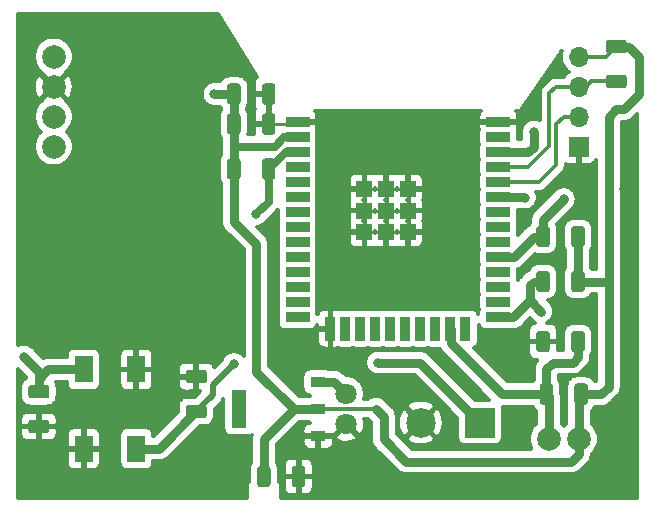
<source format=gbr>
G04 #@! TF.GenerationSoftware,KiCad,Pcbnew,(5.1.7)-1*
G04 #@! TF.CreationDate,2021-04-12T14:54:16+02:00*
G04 #@! TF.ProjectId,FitnessTracker.kicad_pcb2,4669746e-6573-4735-9472-61636b65722e,rev?*
G04 #@! TF.SameCoordinates,Original*
G04 #@! TF.FileFunction,Copper,L1,Top*
G04 #@! TF.FilePolarity,Positive*
%FSLAX46Y46*%
G04 Gerber Fmt 4.6, Leading zero omitted, Abs format (unit mm)*
G04 Created by KiCad (PCBNEW (5.1.7)-1) date 2021-04-12 14:54:16*
%MOMM*%
%LPD*%
G01*
G04 APERTURE LIST*
G04 #@! TA.AperFunction,ComponentPad*
%ADD10C,2.000000*%
G04 #@! TD*
G04 #@! TA.AperFunction,ComponentPad*
%ADD11C,2.500000*%
G04 #@! TD*
G04 #@! TA.AperFunction,ComponentPad*
%ADD12R,2.500000X2.500000*%
G04 #@! TD*
G04 #@! TA.AperFunction,ComponentPad*
%ADD13C,1.800000*%
G04 #@! TD*
G04 #@! TA.AperFunction,SMDPad,CuDef*
%ADD14R,1.310000X3.240000*%
G04 #@! TD*
G04 #@! TA.AperFunction,SMDPad,CuDef*
%ADD15R,1.310000X0.930000*%
G04 #@! TD*
G04 #@! TA.AperFunction,ComponentPad*
%ADD16C,0.500000*%
G04 #@! TD*
G04 #@! TA.AperFunction,SMDPad,CuDef*
%ADD17R,1.330000X1.330000*%
G04 #@! TD*
G04 #@! TA.AperFunction,SMDPad,CuDef*
%ADD18R,2.000000X0.900000*%
G04 #@! TD*
G04 #@! TA.AperFunction,SMDPad,CuDef*
%ADD19R,0.900000X2.000000*%
G04 #@! TD*
G04 #@! TA.AperFunction,SMDPad,CuDef*
%ADD20R,1.500000X2.300000*%
G04 #@! TD*
G04 #@! TA.AperFunction,ComponentPad*
%ADD21R,1.700000X1.700000*%
G04 #@! TD*
G04 #@! TA.AperFunction,ComponentPad*
%ADD22O,1.700000X1.700000*%
G04 #@! TD*
G04 #@! TA.AperFunction,ViaPad*
%ADD23C,0.800000*%
G04 #@! TD*
G04 #@! TA.AperFunction,Conductor*
%ADD24C,0.800000*%
G04 #@! TD*
G04 #@! TA.AperFunction,Conductor*
%ADD25C,0.550000*%
G04 #@! TD*
G04 #@! TA.AperFunction,Conductor*
%ADD26C,0.250000*%
G04 #@! TD*
G04 #@! TA.AperFunction,Conductor*
%ADD27C,0.700000*%
G04 #@! TD*
G04 #@! TA.AperFunction,Conductor*
%ADD28C,0.300000*%
G04 #@! TD*
G04 #@! TA.AperFunction,Conductor*
%ADD29C,0.350000*%
G04 #@! TD*
G04 #@! TA.AperFunction,Conductor*
%ADD30C,0.100000*%
G04 #@! TD*
G04 APERTURE END LIST*
D10*
X162560000Y-71120000D03*
X162560000Y-68580000D03*
X162560000Y-66040000D03*
X162560000Y-63500000D03*
D11*
X193628000Y-94488000D03*
D12*
X198628000Y-94488000D03*
D10*
X204470000Y-95885000D03*
X207010000Y-95885000D03*
D13*
X187325000Y-94615000D03*
X187325000Y-92075000D03*
D14*
X178265000Y-93345000D03*
D15*
X184955000Y-91055000D03*
X184955000Y-93345000D03*
X184955000Y-95635000D03*
D16*
X191614500Y-78370000D03*
X189779500Y-78370000D03*
X192532000Y-77452500D03*
X190697000Y-77452500D03*
X188862000Y-77452500D03*
X191614500Y-76535000D03*
X189779500Y-76535000D03*
X192532000Y-75617500D03*
X190697000Y-75617500D03*
X188862000Y-75617500D03*
X191614500Y-74700000D03*
X189779500Y-74700000D03*
D17*
X192532000Y-78370000D03*
X190697000Y-78370000D03*
X188862000Y-78370000D03*
X192532000Y-76535000D03*
X190697000Y-76535000D03*
X188862000Y-76535000D03*
X192532000Y-74700000D03*
X190697000Y-74700000D03*
X188862000Y-74700000D03*
D18*
X200197000Y-69035000D03*
X200197000Y-70305000D03*
X200197000Y-71575000D03*
X200197000Y-72845000D03*
X200197000Y-74115000D03*
X200197000Y-75385000D03*
X200197000Y-76655000D03*
X200197000Y-77925000D03*
X200197000Y-79195000D03*
X200197000Y-80465000D03*
X200197000Y-81735000D03*
X200197000Y-83005000D03*
X200197000Y-84275000D03*
X200197000Y-85545000D03*
D19*
X197412000Y-86545000D03*
X196142000Y-86545000D03*
X194872000Y-86545000D03*
X193602000Y-86545000D03*
X192332000Y-86545000D03*
X191062000Y-86545000D03*
X189792000Y-86545000D03*
X188522000Y-86545000D03*
X187252000Y-86545000D03*
X185982000Y-86545000D03*
D18*
X183197000Y-85545000D03*
X183197000Y-84275000D03*
X183197000Y-83005000D03*
X183197000Y-81735000D03*
X183197000Y-80465000D03*
X183197000Y-79195000D03*
X183197000Y-77925000D03*
X183197000Y-76655000D03*
X183197000Y-75385000D03*
X183197000Y-74115000D03*
X183197000Y-72845000D03*
X183197000Y-71575000D03*
X183197000Y-70305000D03*
X183197000Y-69035000D03*
D20*
X165100000Y-89995000D03*
X165100000Y-96695000D03*
X169545000Y-89995000D03*
X169545000Y-96695000D03*
G04 #@! TA.AperFunction,SMDPad,CuDef*
G36*
G01*
X173974999Y-92975000D02*
X175275001Y-92975000D01*
G75*
G02*
X175525000Y-93224999I0J-249999D01*
G01*
X175525000Y-93875001D01*
G75*
G02*
X175275001Y-94125000I-249999J0D01*
G01*
X173974999Y-94125000D01*
G75*
G02*
X173725000Y-93875001I0J249999D01*
G01*
X173725000Y-93224999D01*
G75*
G02*
X173974999Y-92975000I249999J0D01*
G01*
G37*
G04 #@! TD.AperFunction*
G04 #@! TA.AperFunction,SMDPad,CuDef*
G36*
G01*
X173974999Y-90025000D02*
X175275001Y-90025000D01*
G75*
G02*
X175525000Y-90274999I0J-249999D01*
G01*
X175525000Y-90925001D01*
G75*
G02*
X175275001Y-91175000I-249999J0D01*
G01*
X173974999Y-91175000D01*
G75*
G02*
X173725000Y-90925001I0J249999D01*
G01*
X173725000Y-90274999D01*
G75*
G02*
X173974999Y-90025000I249999J0D01*
G01*
G37*
G04 #@! TD.AperFunction*
G04 #@! TA.AperFunction,SMDPad,CuDef*
G36*
G01*
X160639999Y-91295000D02*
X161940001Y-91295000D01*
G75*
G02*
X162190000Y-91544999I0J-249999D01*
G01*
X162190000Y-92195001D01*
G75*
G02*
X161940001Y-92445000I-249999J0D01*
G01*
X160639999Y-92445000D01*
G75*
G02*
X160390000Y-92195001I0J249999D01*
G01*
X160390000Y-91544999D01*
G75*
G02*
X160639999Y-91295000I249999J0D01*
G01*
G37*
G04 #@! TD.AperFunction*
G04 #@! TA.AperFunction,SMDPad,CuDef*
G36*
G01*
X160639999Y-94245000D02*
X161940001Y-94245000D01*
G75*
G02*
X162190000Y-94494999I0J-249999D01*
G01*
X162190000Y-95145001D01*
G75*
G02*
X161940001Y-95395000I-249999J0D01*
G01*
X160639999Y-95395000D01*
G75*
G02*
X160390000Y-95145001I0J249999D01*
G01*
X160390000Y-94494999D01*
G75*
G02*
X160639999Y-94245000I249999J0D01*
G01*
G37*
G04 #@! TD.AperFunction*
G04 #@! TA.AperFunction,SMDPad,CuDef*
G36*
G01*
X177225000Y-67325001D02*
X177225000Y-66024999D01*
G75*
G02*
X177474999Y-65775000I249999J0D01*
G01*
X178125001Y-65775000D01*
G75*
G02*
X178375000Y-66024999I0J-249999D01*
G01*
X178375000Y-67325001D01*
G75*
G02*
X178125001Y-67575000I-249999J0D01*
G01*
X177474999Y-67575000D01*
G75*
G02*
X177225000Y-67325001I0J249999D01*
G01*
G37*
G04 #@! TD.AperFunction*
G04 #@! TA.AperFunction,SMDPad,CuDef*
G36*
G01*
X180175000Y-67325001D02*
X180175000Y-66024999D01*
G75*
G02*
X180424999Y-65775000I249999J0D01*
G01*
X181075001Y-65775000D01*
G75*
G02*
X181325000Y-66024999I0J-249999D01*
G01*
X181325000Y-67325001D01*
G75*
G02*
X181075001Y-67575000I-249999J0D01*
G01*
X180424999Y-67575000D01*
G75*
G02*
X180175000Y-67325001I0J249999D01*
G01*
G37*
G04 #@! TD.AperFunction*
G04 #@! TA.AperFunction,SMDPad,CuDef*
G36*
G01*
X180175000Y-69865001D02*
X180175000Y-68564999D01*
G75*
G02*
X180424999Y-68315000I249999J0D01*
G01*
X181075001Y-68315000D01*
G75*
G02*
X181325000Y-68564999I0J-249999D01*
G01*
X181325000Y-69865001D01*
G75*
G02*
X181075001Y-70115000I-249999J0D01*
G01*
X180424999Y-70115000D01*
G75*
G02*
X180175000Y-69865001I0J249999D01*
G01*
G37*
G04 #@! TD.AperFunction*
G04 #@! TA.AperFunction,SMDPad,CuDef*
G36*
G01*
X177225000Y-69865001D02*
X177225000Y-68564999D01*
G75*
G02*
X177474999Y-68315000I249999J0D01*
G01*
X178125001Y-68315000D01*
G75*
G02*
X178375000Y-68564999I0J-249999D01*
G01*
X178375000Y-69865001D01*
G75*
G02*
X178125001Y-70115000I-249999J0D01*
G01*
X177474999Y-70115000D01*
G75*
G02*
X177225000Y-69865001I0J249999D01*
G01*
G37*
G04 #@! TD.AperFunction*
G04 #@! TA.AperFunction,SMDPad,CuDef*
G36*
G01*
X204840000Y-91424999D02*
X204840000Y-92725001D01*
G75*
G02*
X204590001Y-92975000I-249999J0D01*
G01*
X203939999Y-92975000D01*
G75*
G02*
X203690000Y-92725001I0J249999D01*
G01*
X203690000Y-91424999D01*
G75*
G02*
X203939999Y-91175000I249999J0D01*
G01*
X204590001Y-91175000D01*
G75*
G02*
X204840000Y-91424999I0J-249999D01*
G01*
G37*
G04 #@! TD.AperFunction*
G04 #@! TA.AperFunction,SMDPad,CuDef*
G36*
G01*
X207790000Y-91424999D02*
X207790000Y-92725001D01*
G75*
G02*
X207540001Y-92975000I-249999J0D01*
G01*
X206889999Y-92975000D01*
G75*
G02*
X206640000Y-92725001I0J249999D01*
G01*
X206640000Y-91424999D01*
G75*
G02*
X206889999Y-91175000I249999J0D01*
G01*
X207540001Y-91175000D01*
G75*
G02*
X207790000Y-91424999I0J-249999D01*
G01*
G37*
G04 #@! TD.AperFunction*
G04 #@! TA.AperFunction,SMDPad,CuDef*
G36*
G01*
X183865000Y-98409999D02*
X183865000Y-99710001D01*
G75*
G02*
X183615001Y-99960000I-249999J0D01*
G01*
X182964999Y-99960000D01*
G75*
G02*
X182715000Y-99710001I0J249999D01*
G01*
X182715000Y-98409999D01*
G75*
G02*
X182964999Y-98160000I249999J0D01*
G01*
X183615001Y-98160000D01*
G75*
G02*
X183865000Y-98409999I0J-249999D01*
G01*
G37*
G04 #@! TD.AperFunction*
G04 #@! TA.AperFunction,SMDPad,CuDef*
G36*
G01*
X180915000Y-98409999D02*
X180915000Y-99710001D01*
G75*
G02*
X180665001Y-99960000I-249999J0D01*
G01*
X180014999Y-99960000D01*
G75*
G02*
X179765000Y-99710001I0J249999D01*
G01*
X179765000Y-98409999D01*
G75*
G02*
X180014999Y-98160000I249999J0D01*
G01*
X180665001Y-98160000D01*
G75*
G02*
X180915000Y-98409999I0J-249999D01*
G01*
G37*
G04 #@! TD.AperFunction*
G04 #@! TA.AperFunction,SMDPad,CuDef*
G36*
G01*
X180175000Y-73675001D02*
X180175000Y-72374999D01*
G75*
G02*
X180424999Y-72125000I249999J0D01*
G01*
X181075001Y-72125000D01*
G75*
G02*
X181325000Y-72374999I0J-249999D01*
G01*
X181325000Y-73675001D01*
G75*
G02*
X181075001Y-73925000I-249999J0D01*
G01*
X180424999Y-73925000D01*
G75*
G02*
X180175000Y-73675001I0J249999D01*
G01*
G37*
G04 #@! TD.AperFunction*
G04 #@! TA.AperFunction,SMDPad,CuDef*
G36*
G01*
X177225000Y-73675001D02*
X177225000Y-72374999D01*
G75*
G02*
X177474999Y-72125000I249999J0D01*
G01*
X178125001Y-72125000D01*
G75*
G02*
X178375000Y-72374999I0J-249999D01*
G01*
X178375000Y-73675001D01*
G75*
G02*
X178125001Y-73925000I-249999J0D01*
G01*
X177474999Y-73925000D01*
G75*
G02*
X177225000Y-73675001I0J249999D01*
G01*
G37*
G04 #@! TD.AperFunction*
G04 #@! TA.AperFunction,SMDPad,CuDef*
G36*
G01*
X207512500Y-81899999D02*
X207512500Y-83200001D01*
G75*
G02*
X207262501Y-83450000I-249999J0D01*
G01*
X206612499Y-83450000D01*
G75*
G02*
X206362500Y-83200001I0J249999D01*
G01*
X206362500Y-81899999D01*
G75*
G02*
X206612499Y-81650000I249999J0D01*
G01*
X207262501Y-81650000D01*
G75*
G02*
X207512500Y-81899999I0J-249999D01*
G01*
G37*
G04 #@! TD.AperFunction*
G04 #@! TA.AperFunction,SMDPad,CuDef*
G36*
G01*
X204562500Y-81899999D02*
X204562500Y-83200001D01*
G75*
G02*
X204312501Y-83450000I-249999J0D01*
G01*
X203662499Y-83450000D01*
G75*
G02*
X203412500Y-83200001I0J249999D01*
G01*
X203412500Y-81899999D01*
G75*
G02*
X203662499Y-81650000I249999J0D01*
G01*
X204312501Y-81650000D01*
G75*
G02*
X204562500Y-81899999I0J-249999D01*
G01*
G37*
G04 #@! TD.AperFunction*
G04 #@! TA.AperFunction,SMDPad,CuDef*
G36*
G01*
X209534999Y-62085000D02*
X210835001Y-62085000D01*
G75*
G02*
X211085000Y-62334999I0J-249999D01*
G01*
X211085000Y-62985001D01*
G75*
G02*
X210835001Y-63235000I-249999J0D01*
G01*
X209534999Y-63235000D01*
G75*
G02*
X209285000Y-62985001I0J249999D01*
G01*
X209285000Y-62334999D01*
G75*
G02*
X209534999Y-62085000I249999J0D01*
G01*
G37*
G04 #@! TD.AperFunction*
G04 #@! TA.AperFunction,SMDPad,CuDef*
G36*
G01*
X209534999Y-65035000D02*
X210835001Y-65035000D01*
G75*
G02*
X211085000Y-65284999I0J-249999D01*
G01*
X211085000Y-65935001D01*
G75*
G02*
X210835001Y-66185000I-249999J0D01*
G01*
X209534999Y-66185000D01*
G75*
G02*
X209285000Y-65935001I0J249999D01*
G01*
X209285000Y-65284999D01*
G75*
G02*
X209534999Y-65035000I249999J0D01*
G01*
G37*
G04 #@! TD.AperFunction*
G04 #@! TA.AperFunction,SMDPad,CuDef*
G36*
G01*
X204562500Y-78089999D02*
X204562500Y-79390001D01*
G75*
G02*
X204312501Y-79640000I-249999J0D01*
G01*
X203662499Y-79640000D01*
G75*
G02*
X203412500Y-79390001I0J249999D01*
G01*
X203412500Y-78089999D01*
G75*
G02*
X203662499Y-77840000I249999J0D01*
G01*
X204312501Y-77840000D01*
G75*
G02*
X204562500Y-78089999I0J-249999D01*
G01*
G37*
G04 #@! TD.AperFunction*
G04 #@! TA.AperFunction,SMDPad,CuDef*
G36*
G01*
X207512500Y-78089999D02*
X207512500Y-79390001D01*
G75*
G02*
X207262501Y-79640000I-249999J0D01*
G01*
X206612499Y-79640000D01*
G75*
G02*
X206362500Y-79390001I0J249999D01*
G01*
X206362500Y-78089999D01*
G75*
G02*
X206612499Y-77840000I249999J0D01*
G01*
X207262501Y-77840000D01*
G75*
G02*
X207512500Y-78089999I0J-249999D01*
G01*
G37*
G04 #@! TD.AperFunction*
G04 #@! TA.AperFunction,SMDPad,CuDef*
G36*
G01*
X207512500Y-86979999D02*
X207512500Y-88280001D01*
G75*
G02*
X207262501Y-88530000I-249999J0D01*
G01*
X206612499Y-88530000D01*
G75*
G02*
X206362500Y-88280001I0J249999D01*
G01*
X206362500Y-86979999D01*
G75*
G02*
X206612499Y-86730000I249999J0D01*
G01*
X207262501Y-86730000D01*
G75*
G02*
X207512500Y-86979999I0J-249999D01*
G01*
G37*
G04 #@! TD.AperFunction*
G04 #@! TA.AperFunction,SMDPad,CuDef*
G36*
G01*
X204562500Y-86979999D02*
X204562500Y-88280001D01*
G75*
G02*
X204312501Y-88530000I-249999J0D01*
G01*
X203662499Y-88530000D01*
G75*
G02*
X203412500Y-88280001I0J249999D01*
G01*
X203412500Y-86979999D01*
G75*
G02*
X203662499Y-86730000I249999J0D01*
G01*
X204312501Y-86730000D01*
G75*
G02*
X204562500Y-86979999I0J-249999D01*
G01*
G37*
G04 #@! TD.AperFunction*
D21*
X207010000Y-71120000D03*
D22*
X207010000Y-68580000D03*
X207010000Y-66040000D03*
X207010000Y-63500000D03*
D23*
X179705000Y-76835000D03*
X177800000Y-89535000D03*
X210820000Y-74676000D03*
X160020000Y-85344000D03*
X206248000Y-73660000D03*
X203835000Y-85090000D03*
X160020000Y-88900000D03*
X176149000Y-66675000D03*
X189992000Y-89408000D03*
X205740000Y-75565000D03*
X203200000Y-69850000D03*
X202438000Y-75438000D03*
D24*
X171480000Y-96695000D02*
X174625000Y-93550000D01*
X169545000Y-96695000D02*
X171480000Y-96695000D01*
D25*
X176059990Y-92115010D02*
X176059990Y-91275010D01*
X174625000Y-93550000D02*
X176059990Y-92115010D01*
X176059990Y-91275010D02*
X177800000Y-89535000D01*
D26*
X177800000Y-89535000D02*
X177800000Y-89535000D01*
D27*
X182200000Y-71575000D02*
X183270000Y-71575000D01*
X180750000Y-73025000D02*
X182200000Y-71575000D01*
X180750000Y-74520000D02*
X180750000Y-73025000D01*
X180750000Y-75790000D02*
X180750000Y-74520000D01*
X179705000Y-76835000D02*
X180750000Y-75790000D01*
D26*
X183335000Y-69035000D02*
X183270000Y-69035000D01*
X188935000Y-75617500D02*
X188935000Y-74700000D01*
X188935000Y-74700000D02*
X189852500Y-74700000D01*
X190770000Y-77452500D02*
X190770000Y-74700000D01*
X188935000Y-78370000D02*
X192605000Y-78370000D01*
X192605000Y-78370000D02*
X192605000Y-74700000D01*
X188935000Y-76535000D02*
X192605000Y-76535000D01*
X191687500Y-74700000D02*
X192605000Y-74700000D01*
X189852500Y-74700000D02*
X192605000Y-74700000D01*
X188935000Y-75617500D02*
X188935000Y-78370000D01*
X190770000Y-78370000D02*
X190770000Y-74700000D01*
X183090000Y-69215000D02*
X183270000Y-69035000D01*
X180750000Y-69215000D02*
X183090000Y-69215000D01*
X207010000Y-71120000D02*
X207500680Y-71610680D01*
D24*
X162100000Y-89995000D02*
X165100000Y-89995000D01*
X161290000Y-90805000D02*
X162100000Y-89995000D01*
X161290000Y-90805000D02*
X161290000Y-90170000D01*
X161290000Y-90170000D02*
X160020000Y-88900000D01*
D26*
X160020000Y-88900000D02*
X160020000Y-88900000D01*
D24*
X161290000Y-90805000D02*
X161290000Y-91870000D01*
X202882500Y-84137500D02*
X202882500Y-82867500D01*
X203200000Y-82550000D02*
X203987500Y-82550000D01*
X202882500Y-82867500D02*
X203200000Y-82550000D01*
X201475000Y-85545000D02*
X202882500Y-84137500D01*
X200270000Y-85545000D02*
X201475000Y-85545000D01*
X202882500Y-84137500D02*
X203835000Y-85090000D01*
D28*
X205740000Y-68580000D02*
X207010000Y-68580000D01*
X205105000Y-69215000D02*
X205740000Y-68580000D01*
X205105000Y-72665000D02*
X205105000Y-69215000D01*
X203655000Y-74115000D02*
X205105000Y-72665000D01*
X200270000Y-74115000D02*
X203655000Y-74115000D01*
X202745000Y-72845000D02*
X200270000Y-72845000D01*
D26*
X207010000Y-66040000D02*
X207645000Y-66040000D01*
D28*
X208075000Y-65610000D02*
X210185000Y-65610000D01*
X207645000Y-66040000D02*
X208075000Y-65610000D01*
X202745000Y-72845000D02*
X204525001Y-71064999D01*
X204525001Y-71064999D02*
X204525001Y-66619999D01*
X205105000Y-66040000D02*
X207010000Y-66040000D01*
X204525001Y-66619999D02*
X205105000Y-66040000D01*
D24*
X196215000Y-86545000D02*
X196215000Y-87795000D01*
X200495000Y-92075000D02*
X204265000Y-92075000D01*
X196215000Y-87795000D02*
X200495000Y-92075000D01*
X204265000Y-89945000D02*
X204790000Y-89420000D01*
X204265000Y-92075000D02*
X204265000Y-89945000D01*
D26*
X204470000Y-92280000D02*
X204265000Y-92075000D01*
D24*
X204470000Y-95885000D02*
X204470000Y-92280000D01*
X204790000Y-89420000D02*
X206490000Y-89420000D01*
X206937500Y-88972500D02*
X206937500Y-87630000D01*
X206490000Y-89420000D02*
X206937500Y-88972500D01*
X179705000Y-79375000D02*
X179705000Y-90170000D01*
X182880000Y-93345000D02*
X184955000Y-93345000D01*
X179705000Y-90170000D02*
X182880000Y-93345000D01*
X207010000Y-97155000D02*
X207010000Y-95885000D01*
X206375000Y-97790000D02*
X207010000Y-97155000D01*
X198120000Y-97790000D02*
X206375000Y-97790000D01*
X180340000Y-99060000D02*
X180340000Y-95885000D01*
X180340000Y-95885000D02*
X182880000Y-93345000D01*
X179705000Y-79375000D02*
X177800000Y-77470000D01*
X177800000Y-77470000D02*
X177800000Y-73025000D01*
X177800000Y-66675000D02*
X177800000Y-69850000D01*
X177800000Y-66675000D02*
X176850000Y-66675000D01*
D27*
X182083190Y-70305000D02*
X183270000Y-70305000D01*
D24*
X177800000Y-73025000D02*
X177800000Y-71755000D01*
D27*
X181268190Y-71120000D02*
X182083190Y-70305000D01*
X177800000Y-71120000D02*
X181268190Y-71120000D01*
D24*
X177800000Y-71755000D02*
X177800000Y-71120000D01*
X177800000Y-71120000D02*
X177800000Y-69850000D01*
X206937500Y-82550000D02*
X209550000Y-82550000D01*
X209550000Y-90170000D02*
X209550000Y-82550000D01*
X206937500Y-78740000D02*
X206937500Y-82550000D01*
X207215000Y-92075000D02*
X208915000Y-92075000D01*
X209550000Y-91440000D02*
X209550000Y-90170000D01*
X208915000Y-92075000D02*
X209550000Y-91440000D01*
D26*
X207010000Y-92280000D02*
X207215000Y-92075000D01*
D24*
X207010000Y-95885000D02*
X207010000Y-92280000D01*
D28*
X209345000Y-63500000D02*
X210185000Y-62660000D01*
X207010000Y-63500000D02*
X209345000Y-63500000D01*
D24*
X210820000Y-67945000D02*
X212090000Y-66675000D01*
X212090000Y-66675000D02*
X212090000Y-63500000D01*
X211250000Y-62660000D02*
X210185000Y-62660000D01*
X212090000Y-63500000D02*
X211250000Y-62660000D01*
X210185000Y-67945000D02*
X209550000Y-68580000D01*
X210820000Y-67945000D02*
X210185000Y-67945000D01*
X209550000Y-82550000D02*
X209550000Y-68580000D01*
X198120000Y-97790000D02*
X192405000Y-97790000D01*
X192405000Y-97790000D02*
X190500000Y-95885000D01*
X189865000Y-93345000D02*
X190500000Y-93980000D01*
X190500000Y-95885000D02*
X190500000Y-93980000D01*
D28*
X184955000Y-93345000D02*
X189865000Y-93345000D01*
D24*
X176850000Y-66675000D02*
X176149000Y-66675000D01*
D26*
X176149000Y-66675000D02*
X175895000Y-66675000D01*
X200270000Y-80465000D02*
X200205000Y-80465000D01*
D24*
X198628000Y-94488000D02*
X193548000Y-89408000D01*
X193548000Y-89408000D02*
X189992000Y-89408000D01*
D26*
X189992000Y-89408000D02*
X189992000Y-89408000D01*
D24*
X204550000Y-76755000D02*
X205740000Y-75565000D01*
D26*
X205740000Y-75565000D02*
X205740000Y-75565000D01*
D24*
X201520000Y-80465000D02*
X203200000Y-78785000D01*
X200270000Y-80465000D02*
X201520000Y-80465000D01*
D26*
X203942500Y-78785000D02*
X203987500Y-78740000D01*
D24*
X203200000Y-78785000D02*
X203942500Y-78785000D01*
X203987500Y-77317500D02*
X204550000Y-76755000D01*
X203987500Y-78740000D02*
X203987500Y-77317500D01*
X203200000Y-71120000D02*
X203200000Y-69850000D01*
X202745000Y-71575000D02*
X203200000Y-71120000D01*
X200270000Y-71575000D02*
X202745000Y-71575000D01*
X200270000Y-75385000D02*
X202385000Y-75385000D01*
X186305000Y-91055000D02*
X187325000Y-92075000D01*
X184955000Y-91055000D02*
X186305000Y-91055000D01*
D29*
X211967000Y-99657768D02*
X211967000Y-99657769D01*
X211967001Y-100842000D01*
X181785000Y-100842000D01*
X181785000Y-99960000D01*
X182028695Y-99960000D01*
X182041882Y-100093891D01*
X182080937Y-100222638D01*
X182144358Y-100341291D01*
X182229709Y-100445291D01*
X182333709Y-100530642D01*
X182452362Y-100594063D01*
X182581109Y-100633118D01*
X182715000Y-100646305D01*
X183040250Y-100643000D01*
X183211000Y-100472250D01*
X183211000Y-99139000D01*
X183369000Y-99139000D01*
X183369000Y-100472250D01*
X183539750Y-100643000D01*
X183865000Y-100646305D01*
X183998891Y-100633118D01*
X184127638Y-100594063D01*
X184246291Y-100530642D01*
X184350291Y-100445291D01*
X184435642Y-100341291D01*
X184499063Y-100222638D01*
X184538118Y-100093891D01*
X184551305Y-99960000D01*
X184548000Y-99309750D01*
X184377250Y-99139000D01*
X183369000Y-99139000D01*
X183211000Y-99139000D01*
X182202750Y-99139000D01*
X182032000Y-99309750D01*
X182028695Y-99960000D01*
X181785000Y-99960000D01*
X181785000Y-99695000D01*
X181781637Y-99660859D01*
X181771679Y-99628030D01*
X181755507Y-99597775D01*
X181733744Y-99571256D01*
X181707225Y-99549493D01*
X181676970Y-99533321D01*
X181644141Y-99523363D01*
X181610000Y-99520000D01*
X181601304Y-99520000D01*
X181601304Y-98409999D01*
X181583313Y-98227335D01*
X181562888Y-98160000D01*
X182028695Y-98160000D01*
X182032000Y-98810250D01*
X182202750Y-98981000D01*
X183211000Y-98981000D01*
X183211000Y-97647750D01*
X183369000Y-97647750D01*
X183369000Y-98981000D01*
X184377250Y-98981000D01*
X184548000Y-98810250D01*
X184551305Y-98160000D01*
X184538118Y-98026109D01*
X184499063Y-97897362D01*
X184435642Y-97778709D01*
X184350291Y-97674709D01*
X184246291Y-97589358D01*
X184127638Y-97525937D01*
X183998891Y-97486882D01*
X183865000Y-97473695D01*
X183539750Y-97477000D01*
X183369000Y-97647750D01*
X183211000Y-97647750D01*
X183040250Y-97477000D01*
X182715000Y-97473695D01*
X182581109Y-97486882D01*
X182452362Y-97525937D01*
X182333709Y-97589358D01*
X182229709Y-97674709D01*
X182144358Y-97778709D01*
X182080937Y-97897362D01*
X182041882Y-98026109D01*
X182028695Y-98160000D01*
X181562888Y-98160000D01*
X181530032Y-98051691D01*
X181443508Y-97889817D01*
X181423000Y-97864828D01*
X181423000Y-96333592D01*
X181656592Y-96100000D01*
X183613695Y-96100000D01*
X183626882Y-96233891D01*
X183665937Y-96362638D01*
X183729358Y-96481291D01*
X183814709Y-96585291D01*
X183918709Y-96670642D01*
X184037362Y-96734063D01*
X184166109Y-96773118D01*
X184300000Y-96786305D01*
X184705250Y-96783000D01*
X184876000Y-96612250D01*
X184876000Y-95714000D01*
X185034000Y-95714000D01*
X185034000Y-96612250D01*
X185204750Y-96783000D01*
X185610000Y-96786305D01*
X185743891Y-96773118D01*
X185872638Y-96734063D01*
X185991291Y-96670642D01*
X186095291Y-96585291D01*
X186180642Y-96481291D01*
X186244063Y-96362638D01*
X186283118Y-96233891D01*
X186296305Y-96100000D01*
X186293000Y-95884750D01*
X186122250Y-95714000D01*
X185034000Y-95714000D01*
X184876000Y-95714000D01*
X183787750Y-95714000D01*
X183617000Y-95884750D01*
X183613695Y-96100000D01*
X181656592Y-96100000D01*
X182083258Y-95673334D01*
X186378389Y-95673334D01*
X186455100Y-95946717D01*
X186731621Y-96090837D01*
X187030944Y-96178242D01*
X187341568Y-96205572D01*
X187651554Y-96171777D01*
X187948991Y-96078156D01*
X188194900Y-95946717D01*
X188271611Y-95673334D01*
X187325000Y-94726723D01*
X186378389Y-95673334D01*
X182083258Y-95673334D01*
X183328593Y-94428000D01*
X184007313Y-94428000D01*
X184037363Y-94444062D01*
X184166109Y-94483117D01*
X184235989Y-94490000D01*
X184166109Y-94496882D01*
X184037362Y-94535937D01*
X183918709Y-94599358D01*
X183814709Y-94684709D01*
X183729358Y-94788709D01*
X183665937Y-94907362D01*
X183626882Y-95036109D01*
X183613695Y-95170000D01*
X183617000Y-95385250D01*
X183787750Y-95556000D01*
X184876000Y-95556000D01*
X184876000Y-95536000D01*
X185034000Y-95536000D01*
X185034000Y-95556000D01*
X186122250Y-95556000D01*
X186149512Y-95528738D01*
X186266666Y-95561611D01*
X187213277Y-94615000D01*
X187199135Y-94600858D01*
X187310858Y-94489135D01*
X187325000Y-94503277D01*
X187339142Y-94489135D01*
X187450865Y-94600858D01*
X187436723Y-94615000D01*
X188383334Y-95561611D01*
X188656717Y-95484900D01*
X188800837Y-95208379D01*
X188888242Y-94909056D01*
X188915572Y-94598432D01*
X188881777Y-94288446D01*
X188847013Y-94178000D01*
X189166408Y-94178000D01*
X189417001Y-94428593D01*
X189417000Y-95831797D01*
X189411760Y-95885000D01*
X189417000Y-95938200D01*
X189417000Y-95938202D01*
X189432670Y-96097304D01*
X189494597Y-96301450D01*
X189595162Y-96489594D01*
X189730498Y-96654502D01*
X189771831Y-96688423D01*
X191601581Y-98518174D01*
X191635498Y-98559502D01*
X191800406Y-98694838D01*
X191988549Y-98795403D01*
X192192695Y-98857330D01*
X192351797Y-98873000D01*
X192351799Y-98873000D01*
X192405000Y-98878240D01*
X192458200Y-98873000D01*
X206321800Y-98873000D01*
X206375000Y-98878240D01*
X206428200Y-98873000D01*
X206428203Y-98873000D01*
X206587305Y-98857330D01*
X206791451Y-98795403D01*
X206979594Y-98694838D01*
X207144502Y-98559502D01*
X207178422Y-98518170D01*
X207738174Y-97958419D01*
X207779502Y-97924502D01*
X207914838Y-97759594D01*
X208015403Y-97571451D01*
X208077330Y-97367305D01*
X208093000Y-97208203D01*
X208093000Y-97208201D01*
X208095849Y-97179272D01*
X208317271Y-96957850D01*
X208501455Y-96682199D01*
X208628323Y-96375913D01*
X208693000Y-96050761D01*
X208693000Y-95719239D01*
X208628323Y-95394087D01*
X208501455Y-95087801D01*
X208317271Y-94812150D01*
X208093000Y-94587879D01*
X208093000Y-93476576D01*
X208202067Y-93387067D01*
X208318508Y-93245183D01*
X208365109Y-93158000D01*
X208861800Y-93158000D01*
X208915000Y-93163240D01*
X208968200Y-93158000D01*
X208968203Y-93158000D01*
X209127305Y-93142330D01*
X209331451Y-93080403D01*
X209519594Y-92979838D01*
X209684502Y-92844502D01*
X209718422Y-92803170D01*
X210278174Y-92243419D01*
X210319502Y-92209502D01*
X210454838Y-92044594D01*
X210555403Y-91856451D01*
X210617330Y-91652305D01*
X210633000Y-91493203D01*
X210633000Y-91493201D01*
X210638240Y-91440000D01*
X210633000Y-91386800D01*
X210633000Y-82603202D01*
X210638240Y-82550000D01*
X210633000Y-82496797D01*
X210633000Y-69028592D01*
X210633593Y-69028000D01*
X210766800Y-69028000D01*
X210820000Y-69033240D01*
X210873200Y-69028000D01*
X210873203Y-69028000D01*
X211032305Y-69012330D01*
X211236451Y-68950403D01*
X211424594Y-68849838D01*
X211589502Y-68714502D01*
X211623423Y-68673169D01*
X211967001Y-68329592D01*
X211967000Y-99657768D01*
G04 #@! TA.AperFunction,Conductor*
D30*
G36*
X211967000Y-99657768D02*
G01*
X211967000Y-99657769D01*
X211967001Y-100842000D01*
X181785000Y-100842000D01*
X181785000Y-99960000D01*
X182028695Y-99960000D01*
X182041882Y-100093891D01*
X182080937Y-100222638D01*
X182144358Y-100341291D01*
X182229709Y-100445291D01*
X182333709Y-100530642D01*
X182452362Y-100594063D01*
X182581109Y-100633118D01*
X182715000Y-100646305D01*
X183040250Y-100643000D01*
X183211000Y-100472250D01*
X183211000Y-99139000D01*
X183369000Y-99139000D01*
X183369000Y-100472250D01*
X183539750Y-100643000D01*
X183865000Y-100646305D01*
X183998891Y-100633118D01*
X184127638Y-100594063D01*
X184246291Y-100530642D01*
X184350291Y-100445291D01*
X184435642Y-100341291D01*
X184499063Y-100222638D01*
X184538118Y-100093891D01*
X184551305Y-99960000D01*
X184548000Y-99309750D01*
X184377250Y-99139000D01*
X183369000Y-99139000D01*
X183211000Y-99139000D01*
X182202750Y-99139000D01*
X182032000Y-99309750D01*
X182028695Y-99960000D01*
X181785000Y-99960000D01*
X181785000Y-99695000D01*
X181781637Y-99660859D01*
X181771679Y-99628030D01*
X181755507Y-99597775D01*
X181733744Y-99571256D01*
X181707225Y-99549493D01*
X181676970Y-99533321D01*
X181644141Y-99523363D01*
X181610000Y-99520000D01*
X181601304Y-99520000D01*
X181601304Y-98409999D01*
X181583313Y-98227335D01*
X181562888Y-98160000D01*
X182028695Y-98160000D01*
X182032000Y-98810250D01*
X182202750Y-98981000D01*
X183211000Y-98981000D01*
X183211000Y-97647750D01*
X183369000Y-97647750D01*
X183369000Y-98981000D01*
X184377250Y-98981000D01*
X184548000Y-98810250D01*
X184551305Y-98160000D01*
X184538118Y-98026109D01*
X184499063Y-97897362D01*
X184435642Y-97778709D01*
X184350291Y-97674709D01*
X184246291Y-97589358D01*
X184127638Y-97525937D01*
X183998891Y-97486882D01*
X183865000Y-97473695D01*
X183539750Y-97477000D01*
X183369000Y-97647750D01*
X183211000Y-97647750D01*
X183040250Y-97477000D01*
X182715000Y-97473695D01*
X182581109Y-97486882D01*
X182452362Y-97525937D01*
X182333709Y-97589358D01*
X182229709Y-97674709D01*
X182144358Y-97778709D01*
X182080937Y-97897362D01*
X182041882Y-98026109D01*
X182028695Y-98160000D01*
X181562888Y-98160000D01*
X181530032Y-98051691D01*
X181443508Y-97889817D01*
X181423000Y-97864828D01*
X181423000Y-96333592D01*
X181656592Y-96100000D01*
X183613695Y-96100000D01*
X183626882Y-96233891D01*
X183665937Y-96362638D01*
X183729358Y-96481291D01*
X183814709Y-96585291D01*
X183918709Y-96670642D01*
X184037362Y-96734063D01*
X184166109Y-96773118D01*
X184300000Y-96786305D01*
X184705250Y-96783000D01*
X184876000Y-96612250D01*
X184876000Y-95714000D01*
X185034000Y-95714000D01*
X185034000Y-96612250D01*
X185204750Y-96783000D01*
X185610000Y-96786305D01*
X185743891Y-96773118D01*
X185872638Y-96734063D01*
X185991291Y-96670642D01*
X186095291Y-96585291D01*
X186180642Y-96481291D01*
X186244063Y-96362638D01*
X186283118Y-96233891D01*
X186296305Y-96100000D01*
X186293000Y-95884750D01*
X186122250Y-95714000D01*
X185034000Y-95714000D01*
X184876000Y-95714000D01*
X183787750Y-95714000D01*
X183617000Y-95884750D01*
X183613695Y-96100000D01*
X181656592Y-96100000D01*
X182083258Y-95673334D01*
X186378389Y-95673334D01*
X186455100Y-95946717D01*
X186731621Y-96090837D01*
X187030944Y-96178242D01*
X187341568Y-96205572D01*
X187651554Y-96171777D01*
X187948991Y-96078156D01*
X188194900Y-95946717D01*
X188271611Y-95673334D01*
X187325000Y-94726723D01*
X186378389Y-95673334D01*
X182083258Y-95673334D01*
X183328593Y-94428000D01*
X184007313Y-94428000D01*
X184037363Y-94444062D01*
X184166109Y-94483117D01*
X184235989Y-94490000D01*
X184166109Y-94496882D01*
X184037362Y-94535937D01*
X183918709Y-94599358D01*
X183814709Y-94684709D01*
X183729358Y-94788709D01*
X183665937Y-94907362D01*
X183626882Y-95036109D01*
X183613695Y-95170000D01*
X183617000Y-95385250D01*
X183787750Y-95556000D01*
X184876000Y-95556000D01*
X184876000Y-95536000D01*
X185034000Y-95536000D01*
X185034000Y-95556000D01*
X186122250Y-95556000D01*
X186149512Y-95528738D01*
X186266666Y-95561611D01*
X187213277Y-94615000D01*
X187199135Y-94600858D01*
X187310858Y-94489135D01*
X187325000Y-94503277D01*
X187339142Y-94489135D01*
X187450865Y-94600858D01*
X187436723Y-94615000D01*
X188383334Y-95561611D01*
X188656717Y-95484900D01*
X188800837Y-95208379D01*
X188888242Y-94909056D01*
X188915572Y-94598432D01*
X188881777Y-94288446D01*
X188847013Y-94178000D01*
X189166408Y-94178000D01*
X189417001Y-94428593D01*
X189417000Y-95831797D01*
X189411760Y-95885000D01*
X189417000Y-95938200D01*
X189417000Y-95938202D01*
X189432670Y-96097304D01*
X189494597Y-96301450D01*
X189595162Y-96489594D01*
X189730498Y-96654502D01*
X189771831Y-96688423D01*
X191601581Y-98518174D01*
X191635498Y-98559502D01*
X191800406Y-98694838D01*
X191988549Y-98795403D01*
X192192695Y-98857330D01*
X192351797Y-98873000D01*
X192351799Y-98873000D01*
X192405000Y-98878240D01*
X192458200Y-98873000D01*
X206321800Y-98873000D01*
X206375000Y-98878240D01*
X206428200Y-98873000D01*
X206428203Y-98873000D01*
X206587305Y-98857330D01*
X206791451Y-98795403D01*
X206979594Y-98694838D01*
X207144502Y-98559502D01*
X207178422Y-98518170D01*
X207738174Y-97958419D01*
X207779502Y-97924502D01*
X207914838Y-97759594D01*
X208015403Y-97571451D01*
X208077330Y-97367305D01*
X208093000Y-97208203D01*
X208093000Y-97208201D01*
X208095849Y-97179272D01*
X208317271Y-96957850D01*
X208501455Y-96682199D01*
X208628323Y-96375913D01*
X208693000Y-96050761D01*
X208693000Y-95719239D01*
X208628323Y-95394087D01*
X208501455Y-95087801D01*
X208317271Y-94812150D01*
X208093000Y-94587879D01*
X208093000Y-93476576D01*
X208202067Y-93387067D01*
X208318508Y-93245183D01*
X208365109Y-93158000D01*
X208861800Y-93158000D01*
X208915000Y-93163240D01*
X208968200Y-93158000D01*
X208968203Y-93158000D01*
X209127305Y-93142330D01*
X209331451Y-93080403D01*
X209519594Y-92979838D01*
X209684502Y-92844502D01*
X209718422Y-92803170D01*
X210278174Y-92243419D01*
X210319502Y-92209502D01*
X210454838Y-92044594D01*
X210555403Y-91856451D01*
X210617330Y-91652305D01*
X210633000Y-91493203D01*
X210633000Y-91493201D01*
X210638240Y-91440000D01*
X210633000Y-91386800D01*
X210633000Y-82603202D01*
X210638240Y-82550000D01*
X210633000Y-82496797D01*
X210633000Y-69028592D01*
X210633593Y-69028000D01*
X210766800Y-69028000D01*
X210820000Y-69033240D01*
X210873200Y-69028000D01*
X210873203Y-69028000D01*
X211032305Y-69012330D01*
X211236451Y-68950403D01*
X211424594Y-68849838D01*
X211589502Y-68714502D01*
X211623423Y-68673169D01*
X211967001Y-68329592D01*
X211967000Y-99657768D01*
G37*
G04 #@! TD.AperFunction*
D29*
X179743385Y-65245658D02*
X179689709Y-65289709D01*
X179604358Y-65393709D01*
X179540937Y-65512362D01*
X179501882Y-65641109D01*
X179488695Y-65775000D01*
X179492000Y-66425250D01*
X179662750Y-66596000D01*
X180574365Y-66596000D01*
X180829000Y-67009782D01*
X180829000Y-69136000D01*
X180849000Y-69136000D01*
X180849000Y-69294000D01*
X180829000Y-69294000D01*
X180829000Y-69314000D01*
X180671000Y-69314000D01*
X180671000Y-69294000D01*
X179662750Y-69294000D01*
X179492000Y-69464750D01*
X179488837Y-70087000D01*
X179031381Y-70087000D01*
X179043313Y-70047665D01*
X179061304Y-69865001D01*
X179061304Y-68564999D01*
X179043313Y-68382335D01*
X178990032Y-68206691D01*
X178903508Y-68044817D01*
X178883000Y-68019828D01*
X178883000Y-67870172D01*
X178903508Y-67845183D01*
X178990032Y-67683309D01*
X179022887Y-67575000D01*
X179488695Y-67575000D01*
X179501882Y-67708891D01*
X179540937Y-67837638D01*
X179598323Y-67945000D01*
X179540937Y-68052362D01*
X179501882Y-68181109D01*
X179488695Y-68315000D01*
X179492000Y-68965250D01*
X179662750Y-69136000D01*
X180671000Y-69136000D01*
X180671000Y-66754000D01*
X179662750Y-66754000D01*
X179492000Y-66924750D01*
X179488695Y-67575000D01*
X179022887Y-67575000D01*
X179043313Y-67507665D01*
X179061304Y-67325001D01*
X179061304Y-66024999D01*
X179043313Y-65842335D01*
X178990032Y-65666691D01*
X178903508Y-65504817D01*
X178787067Y-65362933D01*
X178645183Y-65246492D01*
X178483309Y-65159968D01*
X178307665Y-65106687D01*
X178125001Y-65088696D01*
X177474999Y-65088696D01*
X177292335Y-65106687D01*
X177116691Y-65159968D01*
X176954817Y-65246492D01*
X176812933Y-65362933D01*
X176696492Y-65504817D01*
X176649891Y-65592000D01*
X176042334Y-65592000D01*
X175989899Y-65602430D01*
X175936695Y-65607670D01*
X175885535Y-65623189D01*
X175833101Y-65633619D01*
X175783709Y-65654078D01*
X175732549Y-65669597D01*
X175685400Y-65694799D01*
X175636007Y-65715258D01*
X175591553Y-65744961D01*
X175544406Y-65770162D01*
X175503081Y-65804076D01*
X175458628Y-65833779D01*
X175420825Y-65871582D01*
X175379498Y-65905498D01*
X175345582Y-65946825D01*
X175307779Y-65984628D01*
X175278076Y-66029081D01*
X175244162Y-66070406D01*
X175218961Y-66117553D01*
X175189258Y-66162007D01*
X175168799Y-66211400D01*
X175143597Y-66258549D01*
X175128078Y-66309709D01*
X175107619Y-66359101D01*
X175097189Y-66411535D01*
X175081670Y-66462695D01*
X175076430Y-66515899D01*
X175066000Y-66568334D01*
X175066000Y-66621797D01*
X175060760Y-66675000D01*
X175066000Y-66728202D01*
X175066000Y-66781666D01*
X175076430Y-66834101D01*
X175081670Y-66887305D01*
X175097189Y-66938465D01*
X175107619Y-66990899D01*
X175128078Y-67040291D01*
X175143597Y-67091451D01*
X175168799Y-67138600D01*
X175189258Y-67187993D01*
X175218961Y-67232447D01*
X175244162Y-67279594D01*
X175278076Y-67320919D01*
X175307779Y-67365372D01*
X175345582Y-67403175D01*
X175379498Y-67444502D01*
X175420825Y-67478418D01*
X175458628Y-67516221D01*
X175503081Y-67545924D01*
X175544406Y-67579838D01*
X175591553Y-67605039D01*
X175636007Y-67634742D01*
X175685400Y-67655201D01*
X175732549Y-67680403D01*
X175783709Y-67695922D01*
X175833101Y-67716381D01*
X175885535Y-67726811D01*
X175936695Y-67742330D01*
X175989899Y-67747570D01*
X176042334Y-67758000D01*
X176649891Y-67758000D01*
X176696492Y-67845183D01*
X176717000Y-67870173D01*
X176717000Y-68019827D01*
X176696492Y-68044817D01*
X176609968Y-68206691D01*
X176556687Y-68382335D01*
X176538696Y-68564999D01*
X176538696Y-69865001D01*
X176556687Y-70047665D01*
X176609968Y-70223309D01*
X176696492Y-70385183D01*
X176717000Y-70410172D01*
X176717000Y-71829828D01*
X176696492Y-71854817D01*
X176609968Y-72016691D01*
X176556687Y-72192335D01*
X176538696Y-72374999D01*
X176538696Y-73675001D01*
X176556687Y-73857665D01*
X176609968Y-74033309D01*
X176696492Y-74195183D01*
X176717001Y-74220173D01*
X176717000Y-77416799D01*
X176711760Y-77470000D01*
X176717000Y-77523200D01*
X176717000Y-77523202D01*
X176732670Y-77682304D01*
X176794597Y-77886450D01*
X176895162Y-78074594D01*
X177030498Y-78239502D01*
X177071831Y-78273423D01*
X178622000Y-79823593D01*
X178622001Y-88825408D01*
X178490372Y-88693779D01*
X178312993Y-88575258D01*
X178115899Y-88493619D01*
X177906666Y-88452000D01*
X177693334Y-88452000D01*
X177484101Y-88493619D01*
X177287007Y-88575258D01*
X177109628Y-88693779D01*
X176958779Y-88844628D01*
X176840258Y-89022007D01*
X176758619Y-89219101D01*
X176758007Y-89222176D01*
X176172739Y-89807445D01*
X176159063Y-89762362D01*
X176095642Y-89643709D01*
X176010291Y-89539709D01*
X175906291Y-89454358D01*
X175787638Y-89390937D01*
X175658891Y-89351882D01*
X175525000Y-89338695D01*
X174874750Y-89342000D01*
X174704000Y-89512750D01*
X174704000Y-90521000D01*
X174724000Y-90521000D01*
X174724000Y-90679000D01*
X174704000Y-90679000D01*
X174704000Y-91687250D01*
X174874750Y-91858000D01*
X174961742Y-91858442D01*
X174531488Y-92288696D01*
X173974999Y-92288696D01*
X173792335Y-92306687D01*
X173616691Y-92359968D01*
X173454817Y-92446492D01*
X173312933Y-92562933D01*
X173196492Y-92704817D01*
X173109968Y-92866691D01*
X173056687Y-93042335D01*
X173038696Y-93224999D01*
X173038696Y-93604711D01*
X171031408Y-95612000D01*
X170981304Y-95612000D01*
X170981304Y-95545000D01*
X170968117Y-95411109D01*
X170929062Y-95282363D01*
X170865641Y-95163710D01*
X170780290Y-95059710D01*
X170676290Y-94974359D01*
X170557637Y-94910938D01*
X170428891Y-94871883D01*
X170295000Y-94858696D01*
X168795000Y-94858696D01*
X168661109Y-94871883D01*
X168532363Y-94910938D01*
X168413710Y-94974359D01*
X168309710Y-95059710D01*
X168224359Y-95163710D01*
X168160938Y-95282363D01*
X168121883Y-95411109D01*
X168108696Y-95545000D01*
X168108696Y-97845000D01*
X168121883Y-97978891D01*
X168160938Y-98107637D01*
X168224359Y-98226290D01*
X168309710Y-98330290D01*
X168413710Y-98415641D01*
X168532363Y-98479062D01*
X168661109Y-98518117D01*
X168795000Y-98531304D01*
X170295000Y-98531304D01*
X170428891Y-98518117D01*
X170557637Y-98479062D01*
X170676290Y-98415641D01*
X170780290Y-98330290D01*
X170865641Y-98226290D01*
X170929062Y-98107637D01*
X170968117Y-97978891D01*
X170981304Y-97845000D01*
X170981304Y-97778000D01*
X171426800Y-97778000D01*
X171480000Y-97783240D01*
X171533200Y-97778000D01*
X171533203Y-97778000D01*
X171692305Y-97762330D01*
X171896451Y-97700403D01*
X172084594Y-97599838D01*
X172249502Y-97464502D01*
X172283423Y-97423169D01*
X174895290Y-94811304D01*
X175275001Y-94811304D01*
X175457665Y-94793313D01*
X175633309Y-94740032D01*
X175795183Y-94653508D01*
X175937067Y-94537067D01*
X176053508Y-94395183D01*
X176140032Y-94233309D01*
X176193313Y-94057665D01*
X176211304Y-93875001D01*
X176211304Y-93318512D01*
X176704117Y-92825699D01*
X176740676Y-92795696D01*
X176860392Y-92649821D01*
X176923696Y-92531387D01*
X176923696Y-94965000D01*
X176936883Y-95098891D01*
X176975938Y-95227637D01*
X177039359Y-95346290D01*
X177124710Y-95450290D01*
X177228710Y-95535641D01*
X177347363Y-95599062D01*
X177476109Y-95638117D01*
X177610000Y-95651304D01*
X178920000Y-95651304D01*
X179053891Y-95638117D01*
X179182637Y-95599062D01*
X179301290Y-95535641D01*
X179318540Y-95521484D01*
X179272671Y-95672695D01*
X179271006Y-95689597D01*
X179251760Y-95885000D01*
X179257001Y-95938210D01*
X179257000Y-97864827D01*
X179236492Y-97889817D01*
X179149968Y-98051691D01*
X179096687Y-98227335D01*
X179078696Y-98409999D01*
X179078696Y-99520000D01*
X179070000Y-99520000D01*
X179035859Y-99523363D01*
X179003030Y-99533321D01*
X178972775Y-99549493D01*
X178946256Y-99571256D01*
X178924493Y-99597775D01*
X178908321Y-99628030D01*
X178898363Y-99660859D01*
X178895000Y-99695000D01*
X178895000Y-100842000D01*
X159508000Y-100842000D01*
X159508000Y-97845000D01*
X163663695Y-97845000D01*
X163676882Y-97978891D01*
X163715937Y-98107638D01*
X163779358Y-98226291D01*
X163864709Y-98330291D01*
X163968709Y-98415642D01*
X164087362Y-98479063D01*
X164216109Y-98518118D01*
X164350000Y-98531305D01*
X164850250Y-98528000D01*
X165021000Y-98357250D01*
X165021000Y-96774000D01*
X165179000Y-96774000D01*
X165179000Y-98357250D01*
X165349750Y-98528000D01*
X165850000Y-98531305D01*
X165983891Y-98518118D01*
X166112638Y-98479063D01*
X166231291Y-98415642D01*
X166335291Y-98330291D01*
X166420642Y-98226291D01*
X166484063Y-98107638D01*
X166523118Y-97978891D01*
X166536305Y-97845000D01*
X166533000Y-96944750D01*
X166362250Y-96774000D01*
X165179000Y-96774000D01*
X165021000Y-96774000D01*
X163837750Y-96774000D01*
X163667000Y-96944750D01*
X163663695Y-97845000D01*
X159508000Y-97845000D01*
X159508000Y-95395000D01*
X159703695Y-95395000D01*
X159716882Y-95528891D01*
X159755937Y-95657638D01*
X159819358Y-95776291D01*
X159904709Y-95880291D01*
X160008709Y-95965642D01*
X160127362Y-96029063D01*
X160256109Y-96068118D01*
X160390000Y-96081305D01*
X161040250Y-96078000D01*
X161211000Y-95907250D01*
X161211000Y-94899000D01*
X161369000Y-94899000D01*
X161369000Y-95907250D01*
X161539750Y-96078000D01*
X162190000Y-96081305D01*
X162323891Y-96068118D01*
X162452638Y-96029063D01*
X162571291Y-95965642D01*
X162675291Y-95880291D01*
X162760642Y-95776291D01*
X162824063Y-95657638D01*
X162858231Y-95545000D01*
X163663695Y-95545000D01*
X163667000Y-96445250D01*
X163837750Y-96616000D01*
X165021000Y-96616000D01*
X165021000Y-95032750D01*
X165179000Y-95032750D01*
X165179000Y-96616000D01*
X166362250Y-96616000D01*
X166533000Y-96445250D01*
X166536305Y-95545000D01*
X166523118Y-95411109D01*
X166484063Y-95282362D01*
X166420642Y-95163709D01*
X166335291Y-95059709D01*
X166231291Y-94974358D01*
X166112638Y-94910937D01*
X165983891Y-94871882D01*
X165850000Y-94858695D01*
X165349750Y-94862000D01*
X165179000Y-95032750D01*
X165021000Y-95032750D01*
X164850250Y-94862000D01*
X164350000Y-94858695D01*
X164216109Y-94871882D01*
X164087362Y-94910937D01*
X163968709Y-94974358D01*
X163864709Y-95059709D01*
X163779358Y-95163709D01*
X163715937Y-95282362D01*
X163676882Y-95411109D01*
X163663695Y-95545000D01*
X162858231Y-95545000D01*
X162863118Y-95528891D01*
X162876305Y-95395000D01*
X162873000Y-95069750D01*
X162702250Y-94899000D01*
X161369000Y-94899000D01*
X161211000Y-94899000D01*
X159877750Y-94899000D01*
X159707000Y-95069750D01*
X159703695Y-95395000D01*
X159508000Y-95395000D01*
X159508000Y-94245000D01*
X159703695Y-94245000D01*
X159707000Y-94570250D01*
X159877750Y-94741000D01*
X161211000Y-94741000D01*
X161211000Y-93732750D01*
X161369000Y-93732750D01*
X161369000Y-94741000D01*
X162702250Y-94741000D01*
X162873000Y-94570250D01*
X162876305Y-94245000D01*
X162863118Y-94111109D01*
X162824063Y-93982362D01*
X162760642Y-93863709D01*
X162675291Y-93759709D01*
X162571291Y-93674358D01*
X162452638Y-93610937D01*
X162323891Y-93571882D01*
X162190000Y-93558695D01*
X161539750Y-93562000D01*
X161369000Y-93732750D01*
X161211000Y-93732750D01*
X161040250Y-93562000D01*
X160390000Y-93558695D01*
X160256109Y-93571882D01*
X160127362Y-93610937D01*
X160008709Y-93674358D01*
X159904709Y-93759709D01*
X159819358Y-93863709D01*
X159755937Y-93982362D01*
X159716882Y-94111109D01*
X159703695Y-94245000D01*
X159508000Y-94245000D01*
X159508000Y-89919592D01*
X160207000Y-90618593D01*
X160207000Y-90719891D01*
X160119817Y-90766492D01*
X159977933Y-90882933D01*
X159861492Y-91024817D01*
X159774968Y-91186691D01*
X159721687Y-91362335D01*
X159703696Y-91544999D01*
X159703696Y-92195001D01*
X159721687Y-92377665D01*
X159774968Y-92553309D01*
X159861492Y-92715183D01*
X159977933Y-92857067D01*
X160119817Y-92973508D01*
X160281691Y-93060032D01*
X160457335Y-93113313D01*
X160639999Y-93131304D01*
X161940001Y-93131304D01*
X162122665Y-93113313D01*
X162298309Y-93060032D01*
X162460183Y-92973508D01*
X162602067Y-92857067D01*
X162718508Y-92715183D01*
X162805032Y-92553309D01*
X162858313Y-92377665D01*
X162876304Y-92195001D01*
X162876304Y-91544999D01*
X162858313Y-91362335D01*
X162805032Y-91186691D01*
X162746935Y-91078000D01*
X163663696Y-91078000D01*
X163663696Y-91145000D01*
X163676883Y-91278891D01*
X163715938Y-91407637D01*
X163779359Y-91526290D01*
X163864710Y-91630290D01*
X163968710Y-91715641D01*
X164087363Y-91779062D01*
X164216109Y-91818117D01*
X164350000Y-91831304D01*
X165850000Y-91831304D01*
X165983891Y-91818117D01*
X166112637Y-91779062D01*
X166231290Y-91715641D01*
X166335290Y-91630290D01*
X166420641Y-91526290D01*
X166484062Y-91407637D01*
X166523117Y-91278891D01*
X166536304Y-91145000D01*
X168108695Y-91145000D01*
X168121882Y-91278891D01*
X168160937Y-91407638D01*
X168224358Y-91526291D01*
X168309709Y-91630291D01*
X168413709Y-91715642D01*
X168532362Y-91779063D01*
X168661109Y-91818118D01*
X168795000Y-91831305D01*
X169295250Y-91828000D01*
X169466000Y-91657250D01*
X169466000Y-90074000D01*
X169624000Y-90074000D01*
X169624000Y-91657250D01*
X169794750Y-91828000D01*
X170295000Y-91831305D01*
X170428891Y-91818118D01*
X170557638Y-91779063D01*
X170676291Y-91715642D01*
X170780291Y-91630291D01*
X170865642Y-91526291D01*
X170929063Y-91407638D01*
X170968118Y-91278891D01*
X170978350Y-91175000D01*
X173038695Y-91175000D01*
X173051882Y-91308891D01*
X173090937Y-91437638D01*
X173154358Y-91556291D01*
X173239709Y-91660291D01*
X173343709Y-91745642D01*
X173462362Y-91809063D01*
X173591109Y-91848118D01*
X173725000Y-91861305D01*
X174375250Y-91858000D01*
X174546000Y-91687250D01*
X174546000Y-90679000D01*
X173212750Y-90679000D01*
X173042000Y-90849750D01*
X173038695Y-91175000D01*
X170978350Y-91175000D01*
X170981305Y-91145000D01*
X170978000Y-90244750D01*
X170807250Y-90074000D01*
X169624000Y-90074000D01*
X169466000Y-90074000D01*
X168282750Y-90074000D01*
X168112000Y-90244750D01*
X168108695Y-91145000D01*
X166536304Y-91145000D01*
X166536304Y-90025000D01*
X173038695Y-90025000D01*
X173042000Y-90350250D01*
X173212750Y-90521000D01*
X174546000Y-90521000D01*
X174546000Y-89512750D01*
X174375250Y-89342000D01*
X173725000Y-89338695D01*
X173591109Y-89351882D01*
X173462362Y-89390937D01*
X173343709Y-89454358D01*
X173239709Y-89539709D01*
X173154358Y-89643709D01*
X173090937Y-89762362D01*
X173051882Y-89891109D01*
X173038695Y-90025000D01*
X166536304Y-90025000D01*
X166536304Y-88845000D01*
X168108695Y-88845000D01*
X168112000Y-89745250D01*
X168282750Y-89916000D01*
X169466000Y-89916000D01*
X169466000Y-88332750D01*
X169624000Y-88332750D01*
X169624000Y-89916000D01*
X170807250Y-89916000D01*
X170978000Y-89745250D01*
X170981305Y-88845000D01*
X170968118Y-88711109D01*
X170929063Y-88582362D01*
X170865642Y-88463709D01*
X170780291Y-88359709D01*
X170676291Y-88274358D01*
X170557638Y-88210937D01*
X170428891Y-88171882D01*
X170295000Y-88158695D01*
X169794750Y-88162000D01*
X169624000Y-88332750D01*
X169466000Y-88332750D01*
X169295250Y-88162000D01*
X168795000Y-88158695D01*
X168661109Y-88171882D01*
X168532362Y-88210937D01*
X168413709Y-88274358D01*
X168309709Y-88359709D01*
X168224358Y-88463709D01*
X168160937Y-88582362D01*
X168121882Y-88711109D01*
X168108695Y-88845000D01*
X166536304Y-88845000D01*
X166523117Y-88711109D01*
X166484062Y-88582363D01*
X166420641Y-88463710D01*
X166335290Y-88359710D01*
X166231290Y-88274359D01*
X166112637Y-88210938D01*
X165983891Y-88171883D01*
X165850000Y-88158696D01*
X164350000Y-88158696D01*
X164216109Y-88171883D01*
X164087363Y-88210938D01*
X163968710Y-88274359D01*
X163864710Y-88359710D01*
X163779359Y-88463710D01*
X163715938Y-88582363D01*
X163676883Y-88711109D01*
X163663696Y-88845000D01*
X163663696Y-88912000D01*
X162153200Y-88912000D01*
X162100000Y-88906760D01*
X162046799Y-88912000D01*
X162046797Y-88912000D01*
X161887695Y-88927670D01*
X161683549Y-88989597D01*
X161655945Y-89004352D01*
X160861223Y-88209631D01*
X160861221Y-88209628D01*
X160710372Y-88058779D01*
X160665913Y-88029072D01*
X160624593Y-87995162D01*
X160577452Y-87969965D01*
X160532993Y-87940258D01*
X160483592Y-87919796D01*
X160436451Y-87894598D01*
X160385300Y-87879082D01*
X160335899Y-87858619D01*
X160283453Y-87848187D01*
X160232304Y-87832671D01*
X160179109Y-87827432D01*
X160126666Y-87817000D01*
X160073200Y-87817000D01*
X160020000Y-87811760D01*
X159966800Y-87817000D01*
X159913334Y-87817000D01*
X159860891Y-87827432D01*
X159807696Y-87832671D01*
X159756547Y-87848187D01*
X159704101Y-87858619D01*
X159654700Y-87879082D01*
X159603549Y-87894598D01*
X159556408Y-87919796D01*
X159508000Y-87939847D01*
X159508000Y-68414239D01*
X160877000Y-68414239D01*
X160877000Y-68745761D01*
X160941677Y-69070913D01*
X161068545Y-69377199D01*
X161252729Y-69652850D01*
X161449879Y-69850000D01*
X161252729Y-70047150D01*
X161068545Y-70322801D01*
X160941677Y-70629087D01*
X160877000Y-70954239D01*
X160877000Y-71285761D01*
X160941677Y-71610913D01*
X161068545Y-71917199D01*
X161252729Y-72192850D01*
X161487150Y-72427271D01*
X161762801Y-72611455D01*
X162069087Y-72738323D01*
X162394239Y-72803000D01*
X162725761Y-72803000D01*
X163050913Y-72738323D01*
X163357199Y-72611455D01*
X163632850Y-72427271D01*
X163867271Y-72192850D01*
X164051455Y-71917199D01*
X164178323Y-71610913D01*
X164243000Y-71285761D01*
X164243000Y-70954239D01*
X164178323Y-70629087D01*
X164051455Y-70322801D01*
X163867271Y-70047150D01*
X163670121Y-69850000D01*
X163867271Y-69652850D01*
X164051455Y-69377199D01*
X164178323Y-69070913D01*
X164243000Y-68745761D01*
X164243000Y-68414239D01*
X164178323Y-68089087D01*
X164051455Y-67782801D01*
X163867271Y-67507150D01*
X163632850Y-67272729D01*
X163560575Y-67224436D01*
X163577766Y-67169489D01*
X162560000Y-66151723D01*
X161542234Y-67169489D01*
X161559425Y-67224436D01*
X161487150Y-67272729D01*
X161252729Y-67507150D01*
X161068545Y-67782801D01*
X160941677Y-68089087D01*
X160877000Y-68414239D01*
X159508000Y-68414239D01*
X159508000Y-66052618D01*
X160868904Y-66052618D01*
X160903860Y-66382292D01*
X161002459Y-66698812D01*
X161146894Y-66969032D01*
X161430511Y-67057766D01*
X162448277Y-66040000D01*
X162671723Y-66040000D01*
X163689489Y-67057766D01*
X163973106Y-66969032D01*
X164127198Y-66675497D01*
X164221064Y-66357541D01*
X164251096Y-66027382D01*
X164216140Y-65697708D01*
X164117541Y-65381188D01*
X163973106Y-65110968D01*
X163689489Y-65022234D01*
X162671723Y-66040000D01*
X162448277Y-66040000D01*
X161430511Y-65022234D01*
X161146894Y-65110968D01*
X160992802Y-65404503D01*
X160898936Y-65722459D01*
X160868904Y-66052618D01*
X159508000Y-66052618D01*
X159508000Y-63334239D01*
X160877000Y-63334239D01*
X160877000Y-63665761D01*
X160941677Y-63990913D01*
X161068545Y-64297199D01*
X161252729Y-64572850D01*
X161487150Y-64807271D01*
X161559425Y-64855564D01*
X161542234Y-64910511D01*
X162560000Y-65928277D01*
X163577766Y-64910511D01*
X163560575Y-64855564D01*
X163632850Y-64807271D01*
X163867271Y-64572850D01*
X164051455Y-64297199D01*
X164178323Y-63990913D01*
X164243000Y-63665761D01*
X164243000Y-63334239D01*
X164178323Y-63009087D01*
X164051455Y-62702801D01*
X163867271Y-62427150D01*
X163632850Y-62192729D01*
X163357199Y-62008545D01*
X163050913Y-61881677D01*
X162725761Y-61817000D01*
X162394239Y-61817000D01*
X162069087Y-61881677D01*
X161762801Y-62008545D01*
X161487150Y-62192729D01*
X161252729Y-62427150D01*
X161068545Y-62702801D01*
X160941677Y-63009087D01*
X160877000Y-63334239D01*
X159508000Y-63334239D01*
X159508000Y-59865000D01*
X176432211Y-59865000D01*
X179743385Y-65245658D01*
G04 #@! TA.AperFunction,Conductor*
D30*
G36*
X179743385Y-65245658D02*
G01*
X179689709Y-65289709D01*
X179604358Y-65393709D01*
X179540937Y-65512362D01*
X179501882Y-65641109D01*
X179488695Y-65775000D01*
X179492000Y-66425250D01*
X179662750Y-66596000D01*
X180574365Y-66596000D01*
X180829000Y-67009782D01*
X180829000Y-69136000D01*
X180849000Y-69136000D01*
X180849000Y-69294000D01*
X180829000Y-69294000D01*
X180829000Y-69314000D01*
X180671000Y-69314000D01*
X180671000Y-69294000D01*
X179662750Y-69294000D01*
X179492000Y-69464750D01*
X179488837Y-70087000D01*
X179031381Y-70087000D01*
X179043313Y-70047665D01*
X179061304Y-69865001D01*
X179061304Y-68564999D01*
X179043313Y-68382335D01*
X178990032Y-68206691D01*
X178903508Y-68044817D01*
X178883000Y-68019828D01*
X178883000Y-67870172D01*
X178903508Y-67845183D01*
X178990032Y-67683309D01*
X179022887Y-67575000D01*
X179488695Y-67575000D01*
X179501882Y-67708891D01*
X179540937Y-67837638D01*
X179598323Y-67945000D01*
X179540937Y-68052362D01*
X179501882Y-68181109D01*
X179488695Y-68315000D01*
X179492000Y-68965250D01*
X179662750Y-69136000D01*
X180671000Y-69136000D01*
X180671000Y-66754000D01*
X179662750Y-66754000D01*
X179492000Y-66924750D01*
X179488695Y-67575000D01*
X179022887Y-67575000D01*
X179043313Y-67507665D01*
X179061304Y-67325001D01*
X179061304Y-66024999D01*
X179043313Y-65842335D01*
X178990032Y-65666691D01*
X178903508Y-65504817D01*
X178787067Y-65362933D01*
X178645183Y-65246492D01*
X178483309Y-65159968D01*
X178307665Y-65106687D01*
X178125001Y-65088696D01*
X177474999Y-65088696D01*
X177292335Y-65106687D01*
X177116691Y-65159968D01*
X176954817Y-65246492D01*
X176812933Y-65362933D01*
X176696492Y-65504817D01*
X176649891Y-65592000D01*
X176042334Y-65592000D01*
X175989899Y-65602430D01*
X175936695Y-65607670D01*
X175885535Y-65623189D01*
X175833101Y-65633619D01*
X175783709Y-65654078D01*
X175732549Y-65669597D01*
X175685400Y-65694799D01*
X175636007Y-65715258D01*
X175591553Y-65744961D01*
X175544406Y-65770162D01*
X175503081Y-65804076D01*
X175458628Y-65833779D01*
X175420825Y-65871582D01*
X175379498Y-65905498D01*
X175345582Y-65946825D01*
X175307779Y-65984628D01*
X175278076Y-66029081D01*
X175244162Y-66070406D01*
X175218961Y-66117553D01*
X175189258Y-66162007D01*
X175168799Y-66211400D01*
X175143597Y-66258549D01*
X175128078Y-66309709D01*
X175107619Y-66359101D01*
X175097189Y-66411535D01*
X175081670Y-66462695D01*
X175076430Y-66515899D01*
X175066000Y-66568334D01*
X175066000Y-66621797D01*
X175060760Y-66675000D01*
X175066000Y-66728202D01*
X175066000Y-66781666D01*
X175076430Y-66834101D01*
X175081670Y-66887305D01*
X175097189Y-66938465D01*
X175107619Y-66990899D01*
X175128078Y-67040291D01*
X175143597Y-67091451D01*
X175168799Y-67138600D01*
X175189258Y-67187993D01*
X175218961Y-67232447D01*
X175244162Y-67279594D01*
X175278076Y-67320919D01*
X175307779Y-67365372D01*
X175345582Y-67403175D01*
X175379498Y-67444502D01*
X175420825Y-67478418D01*
X175458628Y-67516221D01*
X175503081Y-67545924D01*
X175544406Y-67579838D01*
X175591553Y-67605039D01*
X175636007Y-67634742D01*
X175685400Y-67655201D01*
X175732549Y-67680403D01*
X175783709Y-67695922D01*
X175833101Y-67716381D01*
X175885535Y-67726811D01*
X175936695Y-67742330D01*
X175989899Y-67747570D01*
X176042334Y-67758000D01*
X176649891Y-67758000D01*
X176696492Y-67845183D01*
X176717000Y-67870173D01*
X176717000Y-68019827D01*
X176696492Y-68044817D01*
X176609968Y-68206691D01*
X176556687Y-68382335D01*
X176538696Y-68564999D01*
X176538696Y-69865001D01*
X176556687Y-70047665D01*
X176609968Y-70223309D01*
X176696492Y-70385183D01*
X176717000Y-70410172D01*
X176717000Y-71829828D01*
X176696492Y-71854817D01*
X176609968Y-72016691D01*
X176556687Y-72192335D01*
X176538696Y-72374999D01*
X176538696Y-73675001D01*
X176556687Y-73857665D01*
X176609968Y-74033309D01*
X176696492Y-74195183D01*
X176717001Y-74220173D01*
X176717000Y-77416799D01*
X176711760Y-77470000D01*
X176717000Y-77523200D01*
X176717000Y-77523202D01*
X176732670Y-77682304D01*
X176794597Y-77886450D01*
X176895162Y-78074594D01*
X177030498Y-78239502D01*
X177071831Y-78273423D01*
X178622000Y-79823593D01*
X178622001Y-88825408D01*
X178490372Y-88693779D01*
X178312993Y-88575258D01*
X178115899Y-88493619D01*
X177906666Y-88452000D01*
X177693334Y-88452000D01*
X177484101Y-88493619D01*
X177287007Y-88575258D01*
X177109628Y-88693779D01*
X176958779Y-88844628D01*
X176840258Y-89022007D01*
X176758619Y-89219101D01*
X176758007Y-89222176D01*
X176172739Y-89807445D01*
X176159063Y-89762362D01*
X176095642Y-89643709D01*
X176010291Y-89539709D01*
X175906291Y-89454358D01*
X175787638Y-89390937D01*
X175658891Y-89351882D01*
X175525000Y-89338695D01*
X174874750Y-89342000D01*
X174704000Y-89512750D01*
X174704000Y-90521000D01*
X174724000Y-90521000D01*
X174724000Y-90679000D01*
X174704000Y-90679000D01*
X174704000Y-91687250D01*
X174874750Y-91858000D01*
X174961742Y-91858442D01*
X174531488Y-92288696D01*
X173974999Y-92288696D01*
X173792335Y-92306687D01*
X173616691Y-92359968D01*
X173454817Y-92446492D01*
X173312933Y-92562933D01*
X173196492Y-92704817D01*
X173109968Y-92866691D01*
X173056687Y-93042335D01*
X173038696Y-93224999D01*
X173038696Y-93604711D01*
X171031408Y-95612000D01*
X170981304Y-95612000D01*
X170981304Y-95545000D01*
X170968117Y-95411109D01*
X170929062Y-95282363D01*
X170865641Y-95163710D01*
X170780290Y-95059710D01*
X170676290Y-94974359D01*
X170557637Y-94910938D01*
X170428891Y-94871883D01*
X170295000Y-94858696D01*
X168795000Y-94858696D01*
X168661109Y-94871883D01*
X168532363Y-94910938D01*
X168413710Y-94974359D01*
X168309710Y-95059710D01*
X168224359Y-95163710D01*
X168160938Y-95282363D01*
X168121883Y-95411109D01*
X168108696Y-95545000D01*
X168108696Y-97845000D01*
X168121883Y-97978891D01*
X168160938Y-98107637D01*
X168224359Y-98226290D01*
X168309710Y-98330290D01*
X168413710Y-98415641D01*
X168532363Y-98479062D01*
X168661109Y-98518117D01*
X168795000Y-98531304D01*
X170295000Y-98531304D01*
X170428891Y-98518117D01*
X170557637Y-98479062D01*
X170676290Y-98415641D01*
X170780290Y-98330290D01*
X170865641Y-98226290D01*
X170929062Y-98107637D01*
X170968117Y-97978891D01*
X170981304Y-97845000D01*
X170981304Y-97778000D01*
X171426800Y-97778000D01*
X171480000Y-97783240D01*
X171533200Y-97778000D01*
X171533203Y-97778000D01*
X171692305Y-97762330D01*
X171896451Y-97700403D01*
X172084594Y-97599838D01*
X172249502Y-97464502D01*
X172283423Y-97423169D01*
X174895290Y-94811304D01*
X175275001Y-94811304D01*
X175457665Y-94793313D01*
X175633309Y-94740032D01*
X175795183Y-94653508D01*
X175937067Y-94537067D01*
X176053508Y-94395183D01*
X176140032Y-94233309D01*
X176193313Y-94057665D01*
X176211304Y-93875001D01*
X176211304Y-93318512D01*
X176704117Y-92825699D01*
X176740676Y-92795696D01*
X176860392Y-92649821D01*
X176923696Y-92531387D01*
X176923696Y-94965000D01*
X176936883Y-95098891D01*
X176975938Y-95227637D01*
X177039359Y-95346290D01*
X177124710Y-95450290D01*
X177228710Y-95535641D01*
X177347363Y-95599062D01*
X177476109Y-95638117D01*
X177610000Y-95651304D01*
X178920000Y-95651304D01*
X179053891Y-95638117D01*
X179182637Y-95599062D01*
X179301290Y-95535641D01*
X179318540Y-95521484D01*
X179272671Y-95672695D01*
X179271006Y-95689597D01*
X179251760Y-95885000D01*
X179257001Y-95938210D01*
X179257000Y-97864827D01*
X179236492Y-97889817D01*
X179149968Y-98051691D01*
X179096687Y-98227335D01*
X179078696Y-98409999D01*
X179078696Y-99520000D01*
X179070000Y-99520000D01*
X179035859Y-99523363D01*
X179003030Y-99533321D01*
X178972775Y-99549493D01*
X178946256Y-99571256D01*
X178924493Y-99597775D01*
X178908321Y-99628030D01*
X178898363Y-99660859D01*
X178895000Y-99695000D01*
X178895000Y-100842000D01*
X159508000Y-100842000D01*
X159508000Y-97845000D01*
X163663695Y-97845000D01*
X163676882Y-97978891D01*
X163715937Y-98107638D01*
X163779358Y-98226291D01*
X163864709Y-98330291D01*
X163968709Y-98415642D01*
X164087362Y-98479063D01*
X164216109Y-98518118D01*
X164350000Y-98531305D01*
X164850250Y-98528000D01*
X165021000Y-98357250D01*
X165021000Y-96774000D01*
X165179000Y-96774000D01*
X165179000Y-98357250D01*
X165349750Y-98528000D01*
X165850000Y-98531305D01*
X165983891Y-98518118D01*
X166112638Y-98479063D01*
X166231291Y-98415642D01*
X166335291Y-98330291D01*
X166420642Y-98226291D01*
X166484063Y-98107638D01*
X166523118Y-97978891D01*
X166536305Y-97845000D01*
X166533000Y-96944750D01*
X166362250Y-96774000D01*
X165179000Y-96774000D01*
X165021000Y-96774000D01*
X163837750Y-96774000D01*
X163667000Y-96944750D01*
X163663695Y-97845000D01*
X159508000Y-97845000D01*
X159508000Y-95395000D01*
X159703695Y-95395000D01*
X159716882Y-95528891D01*
X159755937Y-95657638D01*
X159819358Y-95776291D01*
X159904709Y-95880291D01*
X160008709Y-95965642D01*
X160127362Y-96029063D01*
X160256109Y-96068118D01*
X160390000Y-96081305D01*
X161040250Y-96078000D01*
X161211000Y-95907250D01*
X161211000Y-94899000D01*
X161369000Y-94899000D01*
X161369000Y-95907250D01*
X161539750Y-96078000D01*
X162190000Y-96081305D01*
X162323891Y-96068118D01*
X162452638Y-96029063D01*
X162571291Y-95965642D01*
X162675291Y-95880291D01*
X162760642Y-95776291D01*
X162824063Y-95657638D01*
X162858231Y-95545000D01*
X163663695Y-95545000D01*
X163667000Y-96445250D01*
X163837750Y-96616000D01*
X165021000Y-96616000D01*
X165021000Y-95032750D01*
X165179000Y-95032750D01*
X165179000Y-96616000D01*
X166362250Y-96616000D01*
X166533000Y-96445250D01*
X166536305Y-95545000D01*
X166523118Y-95411109D01*
X166484063Y-95282362D01*
X166420642Y-95163709D01*
X166335291Y-95059709D01*
X166231291Y-94974358D01*
X166112638Y-94910937D01*
X165983891Y-94871882D01*
X165850000Y-94858695D01*
X165349750Y-94862000D01*
X165179000Y-95032750D01*
X165021000Y-95032750D01*
X164850250Y-94862000D01*
X164350000Y-94858695D01*
X164216109Y-94871882D01*
X164087362Y-94910937D01*
X163968709Y-94974358D01*
X163864709Y-95059709D01*
X163779358Y-95163709D01*
X163715937Y-95282362D01*
X163676882Y-95411109D01*
X163663695Y-95545000D01*
X162858231Y-95545000D01*
X162863118Y-95528891D01*
X162876305Y-95395000D01*
X162873000Y-95069750D01*
X162702250Y-94899000D01*
X161369000Y-94899000D01*
X161211000Y-94899000D01*
X159877750Y-94899000D01*
X159707000Y-95069750D01*
X159703695Y-95395000D01*
X159508000Y-95395000D01*
X159508000Y-94245000D01*
X159703695Y-94245000D01*
X159707000Y-94570250D01*
X159877750Y-94741000D01*
X161211000Y-94741000D01*
X161211000Y-93732750D01*
X161369000Y-93732750D01*
X161369000Y-94741000D01*
X162702250Y-94741000D01*
X162873000Y-94570250D01*
X162876305Y-94245000D01*
X162863118Y-94111109D01*
X162824063Y-93982362D01*
X162760642Y-93863709D01*
X162675291Y-93759709D01*
X162571291Y-93674358D01*
X162452638Y-93610937D01*
X162323891Y-93571882D01*
X162190000Y-93558695D01*
X161539750Y-93562000D01*
X161369000Y-93732750D01*
X161211000Y-93732750D01*
X161040250Y-93562000D01*
X160390000Y-93558695D01*
X160256109Y-93571882D01*
X160127362Y-93610937D01*
X160008709Y-93674358D01*
X159904709Y-93759709D01*
X159819358Y-93863709D01*
X159755937Y-93982362D01*
X159716882Y-94111109D01*
X159703695Y-94245000D01*
X159508000Y-94245000D01*
X159508000Y-89919592D01*
X160207000Y-90618593D01*
X160207000Y-90719891D01*
X160119817Y-90766492D01*
X159977933Y-90882933D01*
X159861492Y-91024817D01*
X159774968Y-91186691D01*
X159721687Y-91362335D01*
X159703696Y-91544999D01*
X159703696Y-92195001D01*
X159721687Y-92377665D01*
X159774968Y-92553309D01*
X159861492Y-92715183D01*
X159977933Y-92857067D01*
X160119817Y-92973508D01*
X160281691Y-93060032D01*
X160457335Y-93113313D01*
X160639999Y-93131304D01*
X161940001Y-93131304D01*
X162122665Y-93113313D01*
X162298309Y-93060032D01*
X162460183Y-92973508D01*
X162602067Y-92857067D01*
X162718508Y-92715183D01*
X162805032Y-92553309D01*
X162858313Y-92377665D01*
X162876304Y-92195001D01*
X162876304Y-91544999D01*
X162858313Y-91362335D01*
X162805032Y-91186691D01*
X162746935Y-91078000D01*
X163663696Y-91078000D01*
X163663696Y-91145000D01*
X163676883Y-91278891D01*
X163715938Y-91407637D01*
X163779359Y-91526290D01*
X163864710Y-91630290D01*
X163968710Y-91715641D01*
X164087363Y-91779062D01*
X164216109Y-91818117D01*
X164350000Y-91831304D01*
X165850000Y-91831304D01*
X165983891Y-91818117D01*
X166112637Y-91779062D01*
X166231290Y-91715641D01*
X166335290Y-91630290D01*
X166420641Y-91526290D01*
X166484062Y-91407637D01*
X166523117Y-91278891D01*
X166536304Y-91145000D01*
X168108695Y-91145000D01*
X168121882Y-91278891D01*
X168160937Y-91407638D01*
X168224358Y-91526291D01*
X168309709Y-91630291D01*
X168413709Y-91715642D01*
X168532362Y-91779063D01*
X168661109Y-91818118D01*
X168795000Y-91831305D01*
X169295250Y-91828000D01*
X169466000Y-91657250D01*
X169466000Y-90074000D01*
X169624000Y-90074000D01*
X169624000Y-91657250D01*
X169794750Y-91828000D01*
X170295000Y-91831305D01*
X170428891Y-91818118D01*
X170557638Y-91779063D01*
X170676291Y-91715642D01*
X170780291Y-91630291D01*
X170865642Y-91526291D01*
X170929063Y-91407638D01*
X170968118Y-91278891D01*
X170978350Y-91175000D01*
X173038695Y-91175000D01*
X173051882Y-91308891D01*
X173090937Y-91437638D01*
X173154358Y-91556291D01*
X173239709Y-91660291D01*
X173343709Y-91745642D01*
X173462362Y-91809063D01*
X173591109Y-91848118D01*
X173725000Y-91861305D01*
X174375250Y-91858000D01*
X174546000Y-91687250D01*
X174546000Y-90679000D01*
X173212750Y-90679000D01*
X173042000Y-90849750D01*
X173038695Y-91175000D01*
X170978350Y-91175000D01*
X170981305Y-91145000D01*
X170978000Y-90244750D01*
X170807250Y-90074000D01*
X169624000Y-90074000D01*
X169466000Y-90074000D01*
X168282750Y-90074000D01*
X168112000Y-90244750D01*
X168108695Y-91145000D01*
X166536304Y-91145000D01*
X166536304Y-90025000D01*
X173038695Y-90025000D01*
X173042000Y-90350250D01*
X173212750Y-90521000D01*
X174546000Y-90521000D01*
X174546000Y-89512750D01*
X174375250Y-89342000D01*
X173725000Y-89338695D01*
X173591109Y-89351882D01*
X173462362Y-89390937D01*
X173343709Y-89454358D01*
X173239709Y-89539709D01*
X173154358Y-89643709D01*
X173090937Y-89762362D01*
X173051882Y-89891109D01*
X173038695Y-90025000D01*
X166536304Y-90025000D01*
X166536304Y-88845000D01*
X168108695Y-88845000D01*
X168112000Y-89745250D01*
X168282750Y-89916000D01*
X169466000Y-89916000D01*
X169466000Y-88332750D01*
X169624000Y-88332750D01*
X169624000Y-89916000D01*
X170807250Y-89916000D01*
X170978000Y-89745250D01*
X170981305Y-88845000D01*
X170968118Y-88711109D01*
X170929063Y-88582362D01*
X170865642Y-88463709D01*
X170780291Y-88359709D01*
X170676291Y-88274358D01*
X170557638Y-88210937D01*
X170428891Y-88171882D01*
X170295000Y-88158695D01*
X169794750Y-88162000D01*
X169624000Y-88332750D01*
X169466000Y-88332750D01*
X169295250Y-88162000D01*
X168795000Y-88158695D01*
X168661109Y-88171882D01*
X168532362Y-88210937D01*
X168413709Y-88274358D01*
X168309709Y-88359709D01*
X168224358Y-88463709D01*
X168160937Y-88582362D01*
X168121882Y-88711109D01*
X168108695Y-88845000D01*
X166536304Y-88845000D01*
X166523117Y-88711109D01*
X166484062Y-88582363D01*
X166420641Y-88463710D01*
X166335290Y-88359710D01*
X166231290Y-88274359D01*
X166112637Y-88210938D01*
X165983891Y-88171883D01*
X165850000Y-88158696D01*
X164350000Y-88158696D01*
X164216109Y-88171883D01*
X164087363Y-88210938D01*
X163968710Y-88274359D01*
X163864710Y-88359710D01*
X163779359Y-88463710D01*
X163715938Y-88582363D01*
X163676883Y-88711109D01*
X163663696Y-88845000D01*
X163663696Y-88912000D01*
X162153200Y-88912000D01*
X162100000Y-88906760D01*
X162046799Y-88912000D01*
X162046797Y-88912000D01*
X161887695Y-88927670D01*
X161683549Y-88989597D01*
X161655945Y-89004352D01*
X160861223Y-88209631D01*
X160861221Y-88209628D01*
X160710372Y-88058779D01*
X160665913Y-88029072D01*
X160624593Y-87995162D01*
X160577452Y-87969965D01*
X160532993Y-87940258D01*
X160483592Y-87919796D01*
X160436451Y-87894598D01*
X160385300Y-87879082D01*
X160335899Y-87858619D01*
X160283453Y-87848187D01*
X160232304Y-87832671D01*
X160179109Y-87827432D01*
X160126666Y-87817000D01*
X160073200Y-87817000D01*
X160020000Y-87811760D01*
X159966800Y-87817000D01*
X159913334Y-87817000D01*
X159860891Y-87827432D01*
X159807696Y-87832671D01*
X159756547Y-87848187D01*
X159704101Y-87858619D01*
X159654700Y-87879082D01*
X159603549Y-87894598D01*
X159556408Y-87919796D01*
X159508000Y-87939847D01*
X159508000Y-68414239D01*
X160877000Y-68414239D01*
X160877000Y-68745761D01*
X160941677Y-69070913D01*
X161068545Y-69377199D01*
X161252729Y-69652850D01*
X161449879Y-69850000D01*
X161252729Y-70047150D01*
X161068545Y-70322801D01*
X160941677Y-70629087D01*
X160877000Y-70954239D01*
X160877000Y-71285761D01*
X160941677Y-71610913D01*
X161068545Y-71917199D01*
X161252729Y-72192850D01*
X161487150Y-72427271D01*
X161762801Y-72611455D01*
X162069087Y-72738323D01*
X162394239Y-72803000D01*
X162725761Y-72803000D01*
X163050913Y-72738323D01*
X163357199Y-72611455D01*
X163632850Y-72427271D01*
X163867271Y-72192850D01*
X164051455Y-71917199D01*
X164178323Y-71610913D01*
X164243000Y-71285761D01*
X164243000Y-70954239D01*
X164178323Y-70629087D01*
X164051455Y-70322801D01*
X163867271Y-70047150D01*
X163670121Y-69850000D01*
X163867271Y-69652850D01*
X164051455Y-69377199D01*
X164178323Y-69070913D01*
X164243000Y-68745761D01*
X164243000Y-68414239D01*
X164178323Y-68089087D01*
X164051455Y-67782801D01*
X163867271Y-67507150D01*
X163632850Y-67272729D01*
X163560575Y-67224436D01*
X163577766Y-67169489D01*
X162560000Y-66151723D01*
X161542234Y-67169489D01*
X161559425Y-67224436D01*
X161487150Y-67272729D01*
X161252729Y-67507150D01*
X161068545Y-67782801D01*
X160941677Y-68089087D01*
X160877000Y-68414239D01*
X159508000Y-68414239D01*
X159508000Y-66052618D01*
X160868904Y-66052618D01*
X160903860Y-66382292D01*
X161002459Y-66698812D01*
X161146894Y-66969032D01*
X161430511Y-67057766D01*
X162448277Y-66040000D01*
X162671723Y-66040000D01*
X163689489Y-67057766D01*
X163973106Y-66969032D01*
X164127198Y-66675497D01*
X164221064Y-66357541D01*
X164251096Y-66027382D01*
X164216140Y-65697708D01*
X164117541Y-65381188D01*
X163973106Y-65110968D01*
X163689489Y-65022234D01*
X162671723Y-66040000D01*
X162448277Y-66040000D01*
X161430511Y-65022234D01*
X161146894Y-65110968D01*
X160992802Y-65404503D01*
X160898936Y-65722459D01*
X160868904Y-66052618D01*
X159508000Y-66052618D01*
X159508000Y-63334239D01*
X160877000Y-63334239D01*
X160877000Y-63665761D01*
X160941677Y-63990913D01*
X161068545Y-64297199D01*
X161252729Y-64572850D01*
X161487150Y-64807271D01*
X161559425Y-64855564D01*
X161542234Y-64910511D01*
X162560000Y-65928277D01*
X163577766Y-64910511D01*
X163560575Y-64855564D01*
X163632850Y-64807271D01*
X163867271Y-64572850D01*
X164051455Y-64297199D01*
X164178323Y-63990913D01*
X164243000Y-63665761D01*
X164243000Y-63334239D01*
X164178323Y-63009087D01*
X164051455Y-62702801D01*
X163867271Y-62427150D01*
X163632850Y-62192729D01*
X163357199Y-62008545D01*
X163050913Y-61881677D01*
X162725761Y-61817000D01*
X162394239Y-61817000D01*
X162069087Y-61881677D01*
X161762801Y-62008545D01*
X161487150Y-62192729D01*
X161252729Y-62427150D01*
X161068545Y-62702801D01*
X160941677Y-63009087D01*
X160877000Y-63334239D01*
X159508000Y-63334239D01*
X159508000Y-59865000D01*
X176432211Y-59865000D01*
X179743385Y-65245658D01*
G37*
G04 #@! TD.AperFunction*
D29*
X205535912Y-63052840D02*
X205477000Y-63349013D01*
X205477000Y-63650987D01*
X205535912Y-63947160D01*
X205651473Y-64226148D01*
X205819241Y-64477231D01*
X206032769Y-64690759D01*
X206151362Y-64770000D01*
X206032769Y-64849241D01*
X205819241Y-65062769D01*
X205722869Y-65207000D01*
X205145915Y-65207000D01*
X205104999Y-65202970D01*
X205064084Y-65207000D01*
X205064082Y-65207000D01*
X204941704Y-65219053D01*
X204784682Y-65266685D01*
X204639971Y-65344035D01*
X204513130Y-65448130D01*
X204487046Y-65479914D01*
X203964917Y-66002044D01*
X203933132Y-66028129D01*
X203873416Y-66100894D01*
X203829037Y-66154970D01*
X203751686Y-66299682D01*
X203704055Y-66456703D01*
X203687971Y-66619999D01*
X203692002Y-66660924D01*
X203692001Y-68881563D01*
X203663600Y-68869799D01*
X203616451Y-68844597D01*
X203565291Y-68829078D01*
X203515899Y-68808619D01*
X203463465Y-68798189D01*
X203412305Y-68782670D01*
X203359101Y-68777430D01*
X203306666Y-68767000D01*
X203253203Y-68767000D01*
X203200000Y-68761760D01*
X203146797Y-68767000D01*
X203093334Y-68767000D01*
X203040899Y-68777430D01*
X202987696Y-68782670D01*
X202936538Y-68798189D01*
X202884101Y-68808619D01*
X202834707Y-68829079D01*
X202783550Y-68844597D01*
X202736405Y-68869797D01*
X202687007Y-68890258D01*
X202642549Y-68919964D01*
X202595407Y-68945162D01*
X202554086Y-68979073D01*
X202509628Y-69008779D01*
X202471821Y-69046586D01*
X202430499Y-69080498D01*
X202396587Y-69121820D01*
X202358779Y-69159628D01*
X202329072Y-69204088D01*
X202295163Y-69245406D01*
X202269966Y-69292545D01*
X202240258Y-69337007D01*
X202219795Y-69386409D01*
X202194598Y-69433549D01*
X202179080Y-69484703D01*
X202158619Y-69534101D01*
X202148189Y-69586537D01*
X202132670Y-69637695D01*
X202127430Y-69690899D01*
X202117000Y-69743334D01*
X202117000Y-70492000D01*
X201883304Y-70492000D01*
X201883304Y-69855000D01*
X201870117Y-69721109D01*
X201854614Y-69670002D01*
X201870118Y-69618891D01*
X201883305Y-69485000D01*
X201880000Y-69284750D01*
X201709250Y-69114000D01*
X200276000Y-69114000D01*
X200276000Y-69134000D01*
X200118000Y-69134000D01*
X200118000Y-69114000D01*
X198684750Y-69114000D01*
X198514000Y-69284750D01*
X198510695Y-69485000D01*
X198523882Y-69618891D01*
X198539386Y-69670002D01*
X198523883Y-69721109D01*
X198510696Y-69855000D01*
X198510696Y-70755000D01*
X198523883Y-70888891D01*
X198539387Y-70940000D01*
X198523883Y-70991109D01*
X198510696Y-71125000D01*
X198510696Y-72025000D01*
X198523883Y-72158891D01*
X198539387Y-72210000D01*
X198523883Y-72261109D01*
X198510696Y-72395000D01*
X198510696Y-73295000D01*
X198523883Y-73428891D01*
X198539387Y-73480000D01*
X198523883Y-73531109D01*
X198510696Y-73665000D01*
X198510696Y-74565000D01*
X198523883Y-74698891D01*
X198539387Y-74750000D01*
X198523883Y-74801109D01*
X198510696Y-74935000D01*
X198510696Y-75835000D01*
X198523883Y-75968891D01*
X198539387Y-76020000D01*
X198523883Y-76071109D01*
X198510696Y-76205000D01*
X198510696Y-77105000D01*
X198523883Y-77238891D01*
X198539387Y-77290000D01*
X198523883Y-77341109D01*
X198510696Y-77475000D01*
X198510696Y-78375000D01*
X198523883Y-78508891D01*
X198539387Y-78560000D01*
X198523883Y-78611109D01*
X198510696Y-78745000D01*
X198510696Y-79645000D01*
X198523883Y-79778891D01*
X198539387Y-79830000D01*
X198523883Y-79881109D01*
X198510696Y-80015000D01*
X198510696Y-80915000D01*
X198523883Y-81048891D01*
X198539387Y-81100000D01*
X198523883Y-81151109D01*
X198510696Y-81285000D01*
X198510696Y-82185000D01*
X198523883Y-82318891D01*
X198539387Y-82370000D01*
X198523883Y-82421109D01*
X198510696Y-82555000D01*
X198510696Y-83455000D01*
X198523883Y-83588891D01*
X198539387Y-83640000D01*
X198523883Y-83691109D01*
X198510696Y-83825000D01*
X198510696Y-84725000D01*
X198523883Y-84858891D01*
X198539387Y-84910000D01*
X198523883Y-84961109D01*
X198510696Y-85095000D01*
X198510696Y-85330604D01*
X198496062Y-85282363D01*
X198432641Y-85163710D01*
X198347290Y-85059710D01*
X198243290Y-84974359D01*
X198124637Y-84910938D01*
X197995891Y-84871883D01*
X197862000Y-84858696D01*
X196962000Y-84858696D01*
X196828109Y-84871883D01*
X196777000Y-84887387D01*
X196725891Y-84871883D01*
X196592000Y-84858696D01*
X195692000Y-84858696D01*
X195558109Y-84871883D01*
X195507000Y-84887387D01*
X195455891Y-84871883D01*
X195322000Y-84858696D01*
X194422000Y-84858696D01*
X194288109Y-84871883D01*
X194237000Y-84887387D01*
X194185891Y-84871883D01*
X194052000Y-84858696D01*
X193152000Y-84858696D01*
X193018109Y-84871883D01*
X192967000Y-84887387D01*
X192915891Y-84871883D01*
X192782000Y-84858696D01*
X191882000Y-84858696D01*
X191748109Y-84871883D01*
X191697000Y-84887387D01*
X191645891Y-84871883D01*
X191512000Y-84858696D01*
X190612000Y-84858696D01*
X190478109Y-84871883D01*
X190427000Y-84887387D01*
X190375891Y-84871883D01*
X190242000Y-84858696D01*
X189342000Y-84858696D01*
X189208109Y-84871883D01*
X189157000Y-84887387D01*
X189105891Y-84871883D01*
X188972000Y-84858696D01*
X188072000Y-84858696D01*
X187938109Y-84871883D01*
X187887000Y-84887387D01*
X187835891Y-84871883D01*
X187702000Y-84858696D01*
X186802000Y-84858696D01*
X186668109Y-84871883D01*
X186617002Y-84887386D01*
X186565891Y-84871882D01*
X186432000Y-84858695D01*
X186231750Y-84862000D01*
X186061000Y-85032750D01*
X186061000Y-86466000D01*
X186081000Y-86466000D01*
X186081000Y-86624000D01*
X186061000Y-86624000D01*
X186061000Y-88057250D01*
X186231750Y-88228000D01*
X186432000Y-88231305D01*
X186565891Y-88218118D01*
X186617002Y-88202614D01*
X186668109Y-88218117D01*
X186802000Y-88231304D01*
X187702000Y-88231304D01*
X187835891Y-88218117D01*
X187887000Y-88202613D01*
X187938109Y-88218117D01*
X188072000Y-88231304D01*
X188972000Y-88231304D01*
X189105891Y-88218117D01*
X189157000Y-88202613D01*
X189208109Y-88218117D01*
X189342000Y-88231304D01*
X190242000Y-88231304D01*
X190375891Y-88218117D01*
X190427000Y-88202613D01*
X190478109Y-88218117D01*
X190612000Y-88231304D01*
X191512000Y-88231304D01*
X191645891Y-88218117D01*
X191697000Y-88202613D01*
X191748109Y-88218117D01*
X191882000Y-88231304D01*
X192782000Y-88231304D01*
X192915891Y-88218117D01*
X192967000Y-88202613D01*
X193018109Y-88218117D01*
X193152000Y-88231304D01*
X194052000Y-88231304D01*
X194185891Y-88218117D01*
X194237000Y-88202613D01*
X194288109Y-88218117D01*
X194422000Y-88231304D01*
X195220210Y-88231304D01*
X195310162Y-88399593D01*
X195322476Y-88414598D01*
X195445499Y-88564502D01*
X195486826Y-88598418D01*
X199440103Y-92551696D01*
X198223289Y-92551696D01*
X194351423Y-88679831D01*
X194317502Y-88638498D01*
X194152594Y-88503162D01*
X193964451Y-88402597D01*
X193760305Y-88340670D01*
X193601203Y-88325000D01*
X193601200Y-88325000D01*
X193548000Y-88319760D01*
X193494800Y-88325000D01*
X189885334Y-88325000D01*
X189832899Y-88335430D01*
X189779695Y-88340670D01*
X189728535Y-88356189D01*
X189676101Y-88366619D01*
X189626709Y-88387078D01*
X189575549Y-88402597D01*
X189528400Y-88427799D01*
X189479007Y-88448258D01*
X189434553Y-88477961D01*
X189387406Y-88503162D01*
X189346081Y-88537076D01*
X189301628Y-88566779D01*
X189263825Y-88604582D01*
X189222498Y-88638498D01*
X189188582Y-88679825D01*
X189150779Y-88717628D01*
X189121076Y-88762081D01*
X189087162Y-88803406D01*
X189061961Y-88850553D01*
X189032258Y-88895007D01*
X189011799Y-88944400D01*
X188986597Y-88991549D01*
X188971078Y-89042709D01*
X188950619Y-89092101D01*
X188940189Y-89144535D01*
X188924670Y-89195695D01*
X188919430Y-89248899D01*
X188909000Y-89301334D01*
X188909000Y-89354797D01*
X188903760Y-89408000D01*
X188909000Y-89461203D01*
X188909000Y-89514666D01*
X188919430Y-89567101D01*
X188924670Y-89620305D01*
X188940189Y-89671465D01*
X188950619Y-89723899D01*
X188971078Y-89773291D01*
X188986597Y-89824451D01*
X189011799Y-89871600D01*
X189032258Y-89920993D01*
X189061961Y-89965447D01*
X189087162Y-90012594D01*
X189121076Y-90053919D01*
X189150779Y-90098372D01*
X189188582Y-90136175D01*
X189222498Y-90177502D01*
X189263825Y-90211418D01*
X189301628Y-90249221D01*
X189346081Y-90278924D01*
X189387406Y-90312838D01*
X189434553Y-90338039D01*
X189479007Y-90367742D01*
X189528400Y-90388201D01*
X189575549Y-90413403D01*
X189626709Y-90428922D01*
X189676101Y-90449381D01*
X189728535Y-90459811D01*
X189779695Y-90475330D01*
X189832899Y-90480570D01*
X189885334Y-90491000D01*
X193099408Y-90491000D01*
X196691696Y-94083289D01*
X196691696Y-95738000D01*
X196704883Y-95871891D01*
X196743938Y-96000637D01*
X196807359Y-96119290D01*
X196892710Y-96223290D01*
X196996710Y-96308641D01*
X197115363Y-96372062D01*
X197244109Y-96411117D01*
X197378000Y-96424304D01*
X199878000Y-96424304D01*
X200011891Y-96411117D01*
X200140637Y-96372062D01*
X200259290Y-96308641D01*
X200363290Y-96223290D01*
X200448641Y-96119290D01*
X200512062Y-96000637D01*
X200551117Y-95871891D01*
X200564304Y-95738000D01*
X200564304Y-93238000D01*
X200556425Y-93158000D01*
X203114891Y-93158000D01*
X203161492Y-93245183D01*
X203277933Y-93387067D01*
X203387001Y-93476576D01*
X203387000Y-94587879D01*
X203162729Y-94812150D01*
X202978545Y-95087801D01*
X202851677Y-95394087D01*
X202787000Y-95719239D01*
X202787000Y-96050761D01*
X202851677Y-96375913D01*
X202978545Y-96682199D01*
X202995116Y-96707000D01*
X192853593Y-96707000D01*
X191941921Y-95795328D01*
X192432395Y-95795328D01*
X192551170Y-96104532D01*
X192887231Y-96283549D01*
X193251758Y-96393565D01*
X193630745Y-96430352D01*
X194009626Y-96392494D01*
X194373842Y-96281448D01*
X194704830Y-96104532D01*
X194823605Y-95795328D01*
X193628000Y-94599723D01*
X192432395Y-95795328D01*
X191941921Y-95795328D01*
X191583000Y-95436408D01*
X191583000Y-94490745D01*
X191685648Y-94490745D01*
X191723506Y-94869626D01*
X191834552Y-95233842D01*
X192011468Y-95564830D01*
X192320672Y-95683605D01*
X193516277Y-94488000D01*
X193739723Y-94488000D01*
X194935328Y-95683605D01*
X195244532Y-95564830D01*
X195423549Y-95228769D01*
X195533565Y-94864242D01*
X195570352Y-94485255D01*
X195532494Y-94106374D01*
X195421448Y-93742158D01*
X195244532Y-93411170D01*
X194935328Y-93292395D01*
X193739723Y-94488000D01*
X193516277Y-94488000D01*
X192320672Y-93292395D01*
X192011468Y-93411170D01*
X191832451Y-93747231D01*
X191722435Y-94111758D01*
X191685648Y-94490745D01*
X191583000Y-94490745D01*
X191583000Y-94033200D01*
X191588240Y-93980000D01*
X191578726Y-93883406D01*
X191567330Y-93767695D01*
X191505403Y-93563549D01*
X191404838Y-93375406D01*
X191269502Y-93210498D01*
X191233159Y-93180672D01*
X192432395Y-93180672D01*
X193628000Y-94376277D01*
X194823605Y-93180672D01*
X194704830Y-92871468D01*
X194368769Y-92692451D01*
X194004242Y-92582435D01*
X193625255Y-92545648D01*
X193246374Y-92583506D01*
X192882158Y-92694552D01*
X192551170Y-92871468D01*
X192432395Y-93180672D01*
X191233159Y-93180672D01*
X191228174Y-93176581D01*
X190593176Y-92541584D01*
X190469593Y-92440162D01*
X190281451Y-92339598D01*
X190077304Y-92277671D01*
X189865000Y-92256760D01*
X189652696Y-92277671D01*
X189448549Y-92339598D01*
X189260407Y-92440162D01*
X189172872Y-92512000D01*
X188852088Y-92512000D01*
X188908000Y-92230912D01*
X188908000Y-91919088D01*
X188847166Y-91613256D01*
X188727836Y-91325169D01*
X188554596Y-91065897D01*
X188334103Y-90845404D01*
X188074831Y-90672164D01*
X187786744Y-90552834D01*
X187480912Y-90492000D01*
X187273592Y-90492000D01*
X187108423Y-90326831D01*
X187074502Y-90285498D01*
X186909594Y-90150162D01*
X186721451Y-90049597D01*
X186517305Y-89987670D01*
X186358203Y-89972000D01*
X186358200Y-89972000D01*
X186305000Y-89966760D01*
X186251800Y-89972000D01*
X185902687Y-89972000D01*
X185872637Y-89955938D01*
X185743891Y-89916883D01*
X185610000Y-89903696D01*
X184300000Y-89903696D01*
X184166109Y-89916883D01*
X184037363Y-89955938D01*
X183918710Y-90019359D01*
X183814710Y-90104710D01*
X183729359Y-90208710D01*
X183665938Y-90327363D01*
X183626883Y-90456109D01*
X183613696Y-90590000D01*
X183613696Y-91520000D01*
X183626883Y-91653891D01*
X183665938Y-91782637D01*
X183729359Y-91901290D01*
X183814710Y-92005290D01*
X183918710Y-92090641D01*
X184037363Y-92154062D01*
X184166109Y-92193117D01*
X184235994Y-92200000D01*
X184166109Y-92206883D01*
X184037363Y-92245938D01*
X184007313Y-92262000D01*
X183328593Y-92262000D01*
X180788000Y-89721408D01*
X180788000Y-87545000D01*
X184845695Y-87545000D01*
X184858882Y-87678891D01*
X184897937Y-87807638D01*
X184961358Y-87926291D01*
X185046709Y-88030291D01*
X185150709Y-88115642D01*
X185269362Y-88179063D01*
X185398109Y-88218118D01*
X185532000Y-88231305D01*
X185732250Y-88228000D01*
X185903000Y-88057250D01*
X185903000Y-86624000D01*
X185019750Y-86624000D01*
X184849000Y-86794750D01*
X184845695Y-87545000D01*
X180788000Y-87545000D01*
X180788000Y-79428200D01*
X180793240Y-79375000D01*
X180786516Y-79306733D01*
X180772330Y-79162695D01*
X180710403Y-78958549D01*
X180609838Y-78770406D01*
X180474502Y-78605498D01*
X180433174Y-78571581D01*
X179779593Y-77918000D01*
X179811666Y-77918000D01*
X180020899Y-77876381D01*
X180217993Y-77794742D01*
X180395372Y-77676221D01*
X180546221Y-77525372D01*
X180664742Y-77347993D01*
X180673123Y-77327759D01*
X181444563Y-76556320D01*
X181483975Y-76523975D01*
X181510696Y-76491416D01*
X181510696Y-77105000D01*
X181523883Y-77238891D01*
X181539387Y-77290000D01*
X181523883Y-77341109D01*
X181510696Y-77475000D01*
X181510696Y-78375000D01*
X181523883Y-78508891D01*
X181539387Y-78560000D01*
X181523883Y-78611109D01*
X181510696Y-78745000D01*
X181510696Y-79645000D01*
X181523883Y-79778891D01*
X181539387Y-79830000D01*
X181523883Y-79881109D01*
X181510696Y-80015000D01*
X181510696Y-80915000D01*
X181523883Y-81048891D01*
X181539387Y-81100000D01*
X181523883Y-81151109D01*
X181510696Y-81285000D01*
X181510696Y-82185000D01*
X181523883Y-82318891D01*
X181539387Y-82370000D01*
X181523883Y-82421109D01*
X181510696Y-82555000D01*
X181510696Y-83455000D01*
X181523883Y-83588891D01*
X181539387Y-83640000D01*
X181523883Y-83691109D01*
X181510696Y-83825000D01*
X181510696Y-84725000D01*
X181523883Y-84858891D01*
X181539387Y-84910000D01*
X181523883Y-84961109D01*
X181510696Y-85095000D01*
X181510696Y-85995000D01*
X181523883Y-86128891D01*
X181562938Y-86257637D01*
X181626359Y-86376290D01*
X181711710Y-86480290D01*
X181815710Y-86565641D01*
X181934363Y-86629062D01*
X182063109Y-86668117D01*
X182197000Y-86681304D01*
X184197000Y-86681304D01*
X184330891Y-86668117D01*
X184459637Y-86629062D01*
X184578290Y-86565641D01*
X184682290Y-86480290D01*
X184767641Y-86376290D01*
X184831062Y-86257637D01*
X184848580Y-86199889D01*
X184849000Y-86295250D01*
X185019750Y-86466000D01*
X185903000Y-86466000D01*
X185903000Y-85032750D01*
X185732250Y-84862000D01*
X185532000Y-84858695D01*
X185398109Y-84871882D01*
X185269362Y-84910937D01*
X185150709Y-84974358D01*
X185046709Y-85059709D01*
X184961358Y-85163709D01*
X184897937Y-85282362D01*
X184883304Y-85330601D01*
X184883304Y-85095000D01*
X184870117Y-84961109D01*
X184854613Y-84910000D01*
X184870117Y-84858891D01*
X184883304Y-84725000D01*
X184883304Y-83825000D01*
X184870117Y-83691109D01*
X184854613Y-83640000D01*
X184870117Y-83588891D01*
X184883304Y-83455000D01*
X184883304Y-82555000D01*
X184870117Y-82421109D01*
X184854613Y-82370000D01*
X184870117Y-82318891D01*
X184883304Y-82185000D01*
X184883304Y-81285000D01*
X184870117Y-81151109D01*
X184854613Y-81100000D01*
X184870117Y-81048891D01*
X184883304Y-80915000D01*
X184883304Y-80015000D01*
X184870117Y-79881109D01*
X184854613Y-79830000D01*
X184870117Y-79778891D01*
X184883304Y-79645000D01*
X184883304Y-79035000D01*
X187510695Y-79035000D01*
X187523882Y-79168891D01*
X187562937Y-79297638D01*
X187626358Y-79416291D01*
X187711709Y-79520291D01*
X187815709Y-79605642D01*
X187934362Y-79669063D01*
X188063109Y-79708118D01*
X188197000Y-79721305D01*
X188612250Y-79718000D01*
X188783000Y-79547250D01*
X188783000Y-78449000D01*
X187684750Y-78449000D01*
X187514000Y-78619750D01*
X187510695Y-79035000D01*
X184883304Y-79035000D01*
X184883304Y-78745000D01*
X184870117Y-78611109D01*
X184854613Y-78560000D01*
X184870117Y-78508891D01*
X184883304Y-78375000D01*
X184883304Y-77475000D01*
X184870117Y-77341109D01*
X184854613Y-77290000D01*
X184870117Y-77238891D01*
X184883304Y-77105000D01*
X184883304Y-76205000D01*
X184870117Y-76071109D01*
X184854613Y-76020000D01*
X184870117Y-75968891D01*
X184883304Y-75835000D01*
X184883304Y-75365000D01*
X187510695Y-75365000D01*
X187523882Y-75498891D01*
X187559862Y-75617500D01*
X187523882Y-75736109D01*
X187510695Y-75870000D01*
X187514000Y-76285250D01*
X187684750Y-76456000D01*
X188452833Y-76456000D01*
X188538870Y-76497567D01*
X188684295Y-76535276D01*
X188641733Y-76541230D01*
X188468185Y-76601711D01*
X188445194Y-76614000D01*
X187684750Y-76614000D01*
X187514000Y-76784750D01*
X187510695Y-77200000D01*
X187523882Y-77333891D01*
X187559862Y-77452500D01*
X187523882Y-77571109D01*
X187510695Y-77705000D01*
X187514000Y-78120250D01*
X187684750Y-78291000D01*
X188452833Y-78291000D01*
X188538870Y-78332567D01*
X188716772Y-78378697D01*
X188844045Y-78386005D01*
X188842767Y-78408254D01*
X188868230Y-78590267D01*
X188928711Y-78763815D01*
X188941000Y-78786806D01*
X188941000Y-79547250D01*
X189111750Y-79718000D01*
X189527000Y-79721305D01*
X189660891Y-79708118D01*
X189779500Y-79672138D01*
X189898109Y-79708118D01*
X190032000Y-79721305D01*
X190447250Y-79718000D01*
X190618000Y-79547250D01*
X190618000Y-78779167D01*
X190659567Y-78693130D01*
X190697276Y-78547705D01*
X190703230Y-78590267D01*
X190763711Y-78763815D01*
X190776000Y-78786806D01*
X190776000Y-79547250D01*
X190946750Y-79718000D01*
X191362000Y-79721305D01*
X191495891Y-79708118D01*
X191614500Y-79672138D01*
X191733109Y-79708118D01*
X191867000Y-79721305D01*
X192282250Y-79718000D01*
X192453000Y-79547250D01*
X192453000Y-78779167D01*
X192494567Y-78693130D01*
X192540697Y-78515228D01*
X192544499Y-78449000D01*
X192611000Y-78449000D01*
X192611000Y-79547250D01*
X192781750Y-79718000D01*
X193197000Y-79721305D01*
X193330891Y-79708118D01*
X193459638Y-79669063D01*
X193578291Y-79605642D01*
X193682291Y-79520291D01*
X193767642Y-79416291D01*
X193831063Y-79297638D01*
X193870118Y-79168891D01*
X193883305Y-79035000D01*
X193880000Y-78619750D01*
X193709250Y-78449000D01*
X192611000Y-78449000D01*
X192544499Y-78449000D01*
X192548005Y-78387955D01*
X192570254Y-78389233D01*
X192752267Y-78363770D01*
X192925815Y-78303289D01*
X192948806Y-78291000D01*
X193709250Y-78291000D01*
X193880000Y-78120250D01*
X193883305Y-77705000D01*
X193870118Y-77571109D01*
X193834138Y-77452500D01*
X193870118Y-77333891D01*
X193883305Y-77200000D01*
X193880000Y-76784750D01*
X193709250Y-76614000D01*
X192941167Y-76614000D01*
X192855130Y-76572433D01*
X192709705Y-76534724D01*
X192752267Y-76528770D01*
X192925815Y-76468289D01*
X192948806Y-76456000D01*
X193709250Y-76456000D01*
X193880000Y-76285250D01*
X193883305Y-75870000D01*
X193870118Y-75736109D01*
X193834138Y-75617500D01*
X193870118Y-75498891D01*
X193883305Y-75365000D01*
X193880000Y-74949750D01*
X193709250Y-74779000D01*
X192941167Y-74779000D01*
X192855130Y-74737433D01*
X192677228Y-74691303D01*
X192549955Y-74683995D01*
X192551233Y-74661746D01*
X192525770Y-74479733D01*
X192465289Y-74306185D01*
X192453000Y-74283194D01*
X192453000Y-73522750D01*
X192611000Y-73522750D01*
X192611000Y-74621000D01*
X193709250Y-74621000D01*
X193880000Y-74450250D01*
X193883305Y-74035000D01*
X193870118Y-73901109D01*
X193831063Y-73772362D01*
X193767642Y-73653709D01*
X193682291Y-73549709D01*
X193578291Y-73464358D01*
X193459638Y-73400937D01*
X193330891Y-73361882D01*
X193197000Y-73348695D01*
X192781750Y-73352000D01*
X192611000Y-73522750D01*
X192453000Y-73522750D01*
X192282250Y-73352000D01*
X191867000Y-73348695D01*
X191733109Y-73361882D01*
X191614500Y-73397862D01*
X191495891Y-73361882D01*
X191362000Y-73348695D01*
X190946750Y-73352000D01*
X190776000Y-73522750D01*
X190776000Y-74290833D01*
X190734433Y-74376870D01*
X190696724Y-74522295D01*
X190690770Y-74479733D01*
X190630289Y-74306185D01*
X190618000Y-74283194D01*
X190618000Y-73522750D01*
X190447250Y-73352000D01*
X190032000Y-73348695D01*
X189898109Y-73361882D01*
X189779500Y-73397862D01*
X189660891Y-73361882D01*
X189527000Y-73348695D01*
X189111750Y-73352000D01*
X188941000Y-73522750D01*
X188941000Y-74290833D01*
X188899433Y-74376870D01*
X188853303Y-74554772D01*
X188845995Y-74682045D01*
X188823746Y-74680767D01*
X188641733Y-74706230D01*
X188468185Y-74766711D01*
X188445194Y-74779000D01*
X187684750Y-74779000D01*
X187514000Y-74949750D01*
X187510695Y-75365000D01*
X184883304Y-75365000D01*
X184883304Y-74935000D01*
X184870117Y-74801109D01*
X184854613Y-74750000D01*
X184870117Y-74698891D01*
X184883304Y-74565000D01*
X184883304Y-74035000D01*
X187510695Y-74035000D01*
X187514000Y-74450250D01*
X187684750Y-74621000D01*
X188783000Y-74621000D01*
X188783000Y-73522750D01*
X188612250Y-73352000D01*
X188197000Y-73348695D01*
X188063109Y-73361882D01*
X187934362Y-73400937D01*
X187815709Y-73464358D01*
X187711709Y-73549709D01*
X187626358Y-73653709D01*
X187562937Y-73772362D01*
X187523882Y-73901109D01*
X187510695Y-74035000D01*
X184883304Y-74035000D01*
X184883304Y-73665000D01*
X184870117Y-73531109D01*
X184854613Y-73480000D01*
X184870117Y-73428891D01*
X184883304Y-73295000D01*
X184883304Y-72395000D01*
X184870117Y-72261109D01*
X184854613Y-72210000D01*
X184870117Y-72158891D01*
X184883304Y-72025000D01*
X184883304Y-71125000D01*
X184870117Y-70991109D01*
X184854613Y-70940000D01*
X184870117Y-70888891D01*
X184883304Y-70755000D01*
X184883304Y-69855000D01*
X184870117Y-69721109D01*
X184854614Y-69670002D01*
X184870118Y-69618891D01*
X184883305Y-69485000D01*
X184880000Y-69284750D01*
X184709250Y-69114000D01*
X183276000Y-69114000D01*
X183276000Y-69134000D01*
X183118000Y-69134000D01*
X183118000Y-69114000D01*
X183098000Y-69114000D01*
X183098000Y-68956000D01*
X183118000Y-68956000D01*
X183118000Y-68936000D01*
X183276000Y-68936000D01*
X183276000Y-68956000D01*
X184709250Y-68956000D01*
X184880000Y-68785250D01*
X184883305Y-68585000D01*
X184870118Y-68451109D01*
X184831063Y-68322362D01*
X184767642Y-68203709D01*
X184698943Y-68120000D01*
X198695057Y-68120000D01*
X198626358Y-68203709D01*
X198562937Y-68322362D01*
X198523882Y-68451109D01*
X198510695Y-68585000D01*
X198514000Y-68785250D01*
X198684750Y-68956000D01*
X200118000Y-68956000D01*
X200118000Y-68936000D01*
X200276000Y-68936000D01*
X200276000Y-68956000D01*
X201709250Y-68956000D01*
X201880000Y-68785250D01*
X201883305Y-68585000D01*
X201870118Y-68451109D01*
X201831063Y-68322362D01*
X201767642Y-68203709D01*
X201698943Y-68120000D01*
X201930000Y-68120000D01*
X201964141Y-68116637D01*
X201996970Y-68106679D01*
X202027225Y-68090507D01*
X202053744Y-68068744D01*
X202073884Y-68044612D01*
X205545126Y-63030595D01*
X205535912Y-63052840D01*
G04 #@! TA.AperFunction,Conductor*
D30*
G36*
X205535912Y-63052840D02*
G01*
X205477000Y-63349013D01*
X205477000Y-63650987D01*
X205535912Y-63947160D01*
X205651473Y-64226148D01*
X205819241Y-64477231D01*
X206032769Y-64690759D01*
X206151362Y-64770000D01*
X206032769Y-64849241D01*
X205819241Y-65062769D01*
X205722869Y-65207000D01*
X205145915Y-65207000D01*
X205104999Y-65202970D01*
X205064084Y-65207000D01*
X205064082Y-65207000D01*
X204941704Y-65219053D01*
X204784682Y-65266685D01*
X204639971Y-65344035D01*
X204513130Y-65448130D01*
X204487046Y-65479914D01*
X203964917Y-66002044D01*
X203933132Y-66028129D01*
X203873416Y-66100894D01*
X203829037Y-66154970D01*
X203751686Y-66299682D01*
X203704055Y-66456703D01*
X203687971Y-66619999D01*
X203692002Y-66660924D01*
X203692001Y-68881563D01*
X203663600Y-68869799D01*
X203616451Y-68844597D01*
X203565291Y-68829078D01*
X203515899Y-68808619D01*
X203463465Y-68798189D01*
X203412305Y-68782670D01*
X203359101Y-68777430D01*
X203306666Y-68767000D01*
X203253203Y-68767000D01*
X203200000Y-68761760D01*
X203146797Y-68767000D01*
X203093334Y-68767000D01*
X203040899Y-68777430D01*
X202987696Y-68782670D01*
X202936538Y-68798189D01*
X202884101Y-68808619D01*
X202834707Y-68829079D01*
X202783550Y-68844597D01*
X202736405Y-68869797D01*
X202687007Y-68890258D01*
X202642549Y-68919964D01*
X202595407Y-68945162D01*
X202554086Y-68979073D01*
X202509628Y-69008779D01*
X202471821Y-69046586D01*
X202430499Y-69080498D01*
X202396587Y-69121820D01*
X202358779Y-69159628D01*
X202329072Y-69204088D01*
X202295163Y-69245406D01*
X202269966Y-69292545D01*
X202240258Y-69337007D01*
X202219795Y-69386409D01*
X202194598Y-69433549D01*
X202179080Y-69484703D01*
X202158619Y-69534101D01*
X202148189Y-69586537D01*
X202132670Y-69637695D01*
X202127430Y-69690899D01*
X202117000Y-69743334D01*
X202117000Y-70492000D01*
X201883304Y-70492000D01*
X201883304Y-69855000D01*
X201870117Y-69721109D01*
X201854614Y-69670002D01*
X201870118Y-69618891D01*
X201883305Y-69485000D01*
X201880000Y-69284750D01*
X201709250Y-69114000D01*
X200276000Y-69114000D01*
X200276000Y-69134000D01*
X200118000Y-69134000D01*
X200118000Y-69114000D01*
X198684750Y-69114000D01*
X198514000Y-69284750D01*
X198510695Y-69485000D01*
X198523882Y-69618891D01*
X198539386Y-69670002D01*
X198523883Y-69721109D01*
X198510696Y-69855000D01*
X198510696Y-70755000D01*
X198523883Y-70888891D01*
X198539387Y-70940000D01*
X198523883Y-70991109D01*
X198510696Y-71125000D01*
X198510696Y-72025000D01*
X198523883Y-72158891D01*
X198539387Y-72210000D01*
X198523883Y-72261109D01*
X198510696Y-72395000D01*
X198510696Y-73295000D01*
X198523883Y-73428891D01*
X198539387Y-73480000D01*
X198523883Y-73531109D01*
X198510696Y-73665000D01*
X198510696Y-74565000D01*
X198523883Y-74698891D01*
X198539387Y-74750000D01*
X198523883Y-74801109D01*
X198510696Y-74935000D01*
X198510696Y-75835000D01*
X198523883Y-75968891D01*
X198539387Y-76020000D01*
X198523883Y-76071109D01*
X198510696Y-76205000D01*
X198510696Y-77105000D01*
X198523883Y-77238891D01*
X198539387Y-77290000D01*
X198523883Y-77341109D01*
X198510696Y-77475000D01*
X198510696Y-78375000D01*
X198523883Y-78508891D01*
X198539387Y-78560000D01*
X198523883Y-78611109D01*
X198510696Y-78745000D01*
X198510696Y-79645000D01*
X198523883Y-79778891D01*
X198539387Y-79830000D01*
X198523883Y-79881109D01*
X198510696Y-80015000D01*
X198510696Y-80915000D01*
X198523883Y-81048891D01*
X198539387Y-81100000D01*
X198523883Y-81151109D01*
X198510696Y-81285000D01*
X198510696Y-82185000D01*
X198523883Y-82318891D01*
X198539387Y-82370000D01*
X198523883Y-82421109D01*
X198510696Y-82555000D01*
X198510696Y-83455000D01*
X198523883Y-83588891D01*
X198539387Y-83640000D01*
X198523883Y-83691109D01*
X198510696Y-83825000D01*
X198510696Y-84725000D01*
X198523883Y-84858891D01*
X198539387Y-84910000D01*
X198523883Y-84961109D01*
X198510696Y-85095000D01*
X198510696Y-85330604D01*
X198496062Y-85282363D01*
X198432641Y-85163710D01*
X198347290Y-85059710D01*
X198243290Y-84974359D01*
X198124637Y-84910938D01*
X197995891Y-84871883D01*
X197862000Y-84858696D01*
X196962000Y-84858696D01*
X196828109Y-84871883D01*
X196777000Y-84887387D01*
X196725891Y-84871883D01*
X196592000Y-84858696D01*
X195692000Y-84858696D01*
X195558109Y-84871883D01*
X195507000Y-84887387D01*
X195455891Y-84871883D01*
X195322000Y-84858696D01*
X194422000Y-84858696D01*
X194288109Y-84871883D01*
X194237000Y-84887387D01*
X194185891Y-84871883D01*
X194052000Y-84858696D01*
X193152000Y-84858696D01*
X193018109Y-84871883D01*
X192967000Y-84887387D01*
X192915891Y-84871883D01*
X192782000Y-84858696D01*
X191882000Y-84858696D01*
X191748109Y-84871883D01*
X191697000Y-84887387D01*
X191645891Y-84871883D01*
X191512000Y-84858696D01*
X190612000Y-84858696D01*
X190478109Y-84871883D01*
X190427000Y-84887387D01*
X190375891Y-84871883D01*
X190242000Y-84858696D01*
X189342000Y-84858696D01*
X189208109Y-84871883D01*
X189157000Y-84887387D01*
X189105891Y-84871883D01*
X188972000Y-84858696D01*
X188072000Y-84858696D01*
X187938109Y-84871883D01*
X187887000Y-84887387D01*
X187835891Y-84871883D01*
X187702000Y-84858696D01*
X186802000Y-84858696D01*
X186668109Y-84871883D01*
X186617002Y-84887386D01*
X186565891Y-84871882D01*
X186432000Y-84858695D01*
X186231750Y-84862000D01*
X186061000Y-85032750D01*
X186061000Y-86466000D01*
X186081000Y-86466000D01*
X186081000Y-86624000D01*
X186061000Y-86624000D01*
X186061000Y-88057250D01*
X186231750Y-88228000D01*
X186432000Y-88231305D01*
X186565891Y-88218118D01*
X186617002Y-88202614D01*
X186668109Y-88218117D01*
X186802000Y-88231304D01*
X187702000Y-88231304D01*
X187835891Y-88218117D01*
X187887000Y-88202613D01*
X187938109Y-88218117D01*
X188072000Y-88231304D01*
X188972000Y-88231304D01*
X189105891Y-88218117D01*
X189157000Y-88202613D01*
X189208109Y-88218117D01*
X189342000Y-88231304D01*
X190242000Y-88231304D01*
X190375891Y-88218117D01*
X190427000Y-88202613D01*
X190478109Y-88218117D01*
X190612000Y-88231304D01*
X191512000Y-88231304D01*
X191645891Y-88218117D01*
X191697000Y-88202613D01*
X191748109Y-88218117D01*
X191882000Y-88231304D01*
X192782000Y-88231304D01*
X192915891Y-88218117D01*
X192967000Y-88202613D01*
X193018109Y-88218117D01*
X193152000Y-88231304D01*
X194052000Y-88231304D01*
X194185891Y-88218117D01*
X194237000Y-88202613D01*
X194288109Y-88218117D01*
X194422000Y-88231304D01*
X195220210Y-88231304D01*
X195310162Y-88399593D01*
X195322476Y-88414598D01*
X195445499Y-88564502D01*
X195486826Y-88598418D01*
X199440103Y-92551696D01*
X198223289Y-92551696D01*
X194351423Y-88679831D01*
X194317502Y-88638498D01*
X194152594Y-88503162D01*
X193964451Y-88402597D01*
X193760305Y-88340670D01*
X193601203Y-88325000D01*
X193601200Y-88325000D01*
X193548000Y-88319760D01*
X193494800Y-88325000D01*
X189885334Y-88325000D01*
X189832899Y-88335430D01*
X189779695Y-88340670D01*
X189728535Y-88356189D01*
X189676101Y-88366619D01*
X189626709Y-88387078D01*
X189575549Y-88402597D01*
X189528400Y-88427799D01*
X189479007Y-88448258D01*
X189434553Y-88477961D01*
X189387406Y-88503162D01*
X189346081Y-88537076D01*
X189301628Y-88566779D01*
X189263825Y-88604582D01*
X189222498Y-88638498D01*
X189188582Y-88679825D01*
X189150779Y-88717628D01*
X189121076Y-88762081D01*
X189087162Y-88803406D01*
X189061961Y-88850553D01*
X189032258Y-88895007D01*
X189011799Y-88944400D01*
X188986597Y-88991549D01*
X188971078Y-89042709D01*
X188950619Y-89092101D01*
X188940189Y-89144535D01*
X188924670Y-89195695D01*
X188919430Y-89248899D01*
X188909000Y-89301334D01*
X188909000Y-89354797D01*
X188903760Y-89408000D01*
X188909000Y-89461203D01*
X188909000Y-89514666D01*
X188919430Y-89567101D01*
X188924670Y-89620305D01*
X188940189Y-89671465D01*
X188950619Y-89723899D01*
X188971078Y-89773291D01*
X188986597Y-89824451D01*
X189011799Y-89871600D01*
X189032258Y-89920993D01*
X189061961Y-89965447D01*
X189087162Y-90012594D01*
X189121076Y-90053919D01*
X189150779Y-90098372D01*
X189188582Y-90136175D01*
X189222498Y-90177502D01*
X189263825Y-90211418D01*
X189301628Y-90249221D01*
X189346081Y-90278924D01*
X189387406Y-90312838D01*
X189434553Y-90338039D01*
X189479007Y-90367742D01*
X189528400Y-90388201D01*
X189575549Y-90413403D01*
X189626709Y-90428922D01*
X189676101Y-90449381D01*
X189728535Y-90459811D01*
X189779695Y-90475330D01*
X189832899Y-90480570D01*
X189885334Y-90491000D01*
X193099408Y-90491000D01*
X196691696Y-94083289D01*
X196691696Y-95738000D01*
X196704883Y-95871891D01*
X196743938Y-96000637D01*
X196807359Y-96119290D01*
X196892710Y-96223290D01*
X196996710Y-96308641D01*
X197115363Y-96372062D01*
X197244109Y-96411117D01*
X197378000Y-96424304D01*
X199878000Y-96424304D01*
X200011891Y-96411117D01*
X200140637Y-96372062D01*
X200259290Y-96308641D01*
X200363290Y-96223290D01*
X200448641Y-96119290D01*
X200512062Y-96000637D01*
X200551117Y-95871891D01*
X200564304Y-95738000D01*
X200564304Y-93238000D01*
X200556425Y-93158000D01*
X203114891Y-93158000D01*
X203161492Y-93245183D01*
X203277933Y-93387067D01*
X203387001Y-93476576D01*
X203387000Y-94587879D01*
X203162729Y-94812150D01*
X202978545Y-95087801D01*
X202851677Y-95394087D01*
X202787000Y-95719239D01*
X202787000Y-96050761D01*
X202851677Y-96375913D01*
X202978545Y-96682199D01*
X202995116Y-96707000D01*
X192853593Y-96707000D01*
X191941921Y-95795328D01*
X192432395Y-95795328D01*
X192551170Y-96104532D01*
X192887231Y-96283549D01*
X193251758Y-96393565D01*
X193630745Y-96430352D01*
X194009626Y-96392494D01*
X194373842Y-96281448D01*
X194704830Y-96104532D01*
X194823605Y-95795328D01*
X193628000Y-94599723D01*
X192432395Y-95795328D01*
X191941921Y-95795328D01*
X191583000Y-95436408D01*
X191583000Y-94490745D01*
X191685648Y-94490745D01*
X191723506Y-94869626D01*
X191834552Y-95233842D01*
X192011468Y-95564830D01*
X192320672Y-95683605D01*
X193516277Y-94488000D01*
X193739723Y-94488000D01*
X194935328Y-95683605D01*
X195244532Y-95564830D01*
X195423549Y-95228769D01*
X195533565Y-94864242D01*
X195570352Y-94485255D01*
X195532494Y-94106374D01*
X195421448Y-93742158D01*
X195244532Y-93411170D01*
X194935328Y-93292395D01*
X193739723Y-94488000D01*
X193516277Y-94488000D01*
X192320672Y-93292395D01*
X192011468Y-93411170D01*
X191832451Y-93747231D01*
X191722435Y-94111758D01*
X191685648Y-94490745D01*
X191583000Y-94490745D01*
X191583000Y-94033200D01*
X191588240Y-93980000D01*
X191578726Y-93883406D01*
X191567330Y-93767695D01*
X191505403Y-93563549D01*
X191404838Y-93375406D01*
X191269502Y-93210498D01*
X191233159Y-93180672D01*
X192432395Y-93180672D01*
X193628000Y-94376277D01*
X194823605Y-93180672D01*
X194704830Y-92871468D01*
X194368769Y-92692451D01*
X194004242Y-92582435D01*
X193625255Y-92545648D01*
X193246374Y-92583506D01*
X192882158Y-92694552D01*
X192551170Y-92871468D01*
X192432395Y-93180672D01*
X191233159Y-93180672D01*
X191228174Y-93176581D01*
X190593176Y-92541584D01*
X190469593Y-92440162D01*
X190281451Y-92339598D01*
X190077304Y-92277671D01*
X189865000Y-92256760D01*
X189652696Y-92277671D01*
X189448549Y-92339598D01*
X189260407Y-92440162D01*
X189172872Y-92512000D01*
X188852088Y-92512000D01*
X188908000Y-92230912D01*
X188908000Y-91919088D01*
X188847166Y-91613256D01*
X188727836Y-91325169D01*
X188554596Y-91065897D01*
X188334103Y-90845404D01*
X188074831Y-90672164D01*
X187786744Y-90552834D01*
X187480912Y-90492000D01*
X187273592Y-90492000D01*
X187108423Y-90326831D01*
X187074502Y-90285498D01*
X186909594Y-90150162D01*
X186721451Y-90049597D01*
X186517305Y-89987670D01*
X186358203Y-89972000D01*
X186358200Y-89972000D01*
X186305000Y-89966760D01*
X186251800Y-89972000D01*
X185902687Y-89972000D01*
X185872637Y-89955938D01*
X185743891Y-89916883D01*
X185610000Y-89903696D01*
X184300000Y-89903696D01*
X184166109Y-89916883D01*
X184037363Y-89955938D01*
X183918710Y-90019359D01*
X183814710Y-90104710D01*
X183729359Y-90208710D01*
X183665938Y-90327363D01*
X183626883Y-90456109D01*
X183613696Y-90590000D01*
X183613696Y-91520000D01*
X183626883Y-91653891D01*
X183665938Y-91782637D01*
X183729359Y-91901290D01*
X183814710Y-92005290D01*
X183918710Y-92090641D01*
X184037363Y-92154062D01*
X184166109Y-92193117D01*
X184235994Y-92200000D01*
X184166109Y-92206883D01*
X184037363Y-92245938D01*
X184007313Y-92262000D01*
X183328593Y-92262000D01*
X180788000Y-89721408D01*
X180788000Y-87545000D01*
X184845695Y-87545000D01*
X184858882Y-87678891D01*
X184897937Y-87807638D01*
X184961358Y-87926291D01*
X185046709Y-88030291D01*
X185150709Y-88115642D01*
X185269362Y-88179063D01*
X185398109Y-88218118D01*
X185532000Y-88231305D01*
X185732250Y-88228000D01*
X185903000Y-88057250D01*
X185903000Y-86624000D01*
X185019750Y-86624000D01*
X184849000Y-86794750D01*
X184845695Y-87545000D01*
X180788000Y-87545000D01*
X180788000Y-79428200D01*
X180793240Y-79375000D01*
X180786516Y-79306733D01*
X180772330Y-79162695D01*
X180710403Y-78958549D01*
X180609838Y-78770406D01*
X180474502Y-78605498D01*
X180433174Y-78571581D01*
X179779593Y-77918000D01*
X179811666Y-77918000D01*
X180020899Y-77876381D01*
X180217993Y-77794742D01*
X180395372Y-77676221D01*
X180546221Y-77525372D01*
X180664742Y-77347993D01*
X180673123Y-77327759D01*
X181444563Y-76556320D01*
X181483975Y-76523975D01*
X181510696Y-76491416D01*
X181510696Y-77105000D01*
X181523883Y-77238891D01*
X181539387Y-77290000D01*
X181523883Y-77341109D01*
X181510696Y-77475000D01*
X181510696Y-78375000D01*
X181523883Y-78508891D01*
X181539387Y-78560000D01*
X181523883Y-78611109D01*
X181510696Y-78745000D01*
X181510696Y-79645000D01*
X181523883Y-79778891D01*
X181539387Y-79830000D01*
X181523883Y-79881109D01*
X181510696Y-80015000D01*
X181510696Y-80915000D01*
X181523883Y-81048891D01*
X181539387Y-81100000D01*
X181523883Y-81151109D01*
X181510696Y-81285000D01*
X181510696Y-82185000D01*
X181523883Y-82318891D01*
X181539387Y-82370000D01*
X181523883Y-82421109D01*
X181510696Y-82555000D01*
X181510696Y-83455000D01*
X181523883Y-83588891D01*
X181539387Y-83640000D01*
X181523883Y-83691109D01*
X181510696Y-83825000D01*
X181510696Y-84725000D01*
X181523883Y-84858891D01*
X181539387Y-84910000D01*
X181523883Y-84961109D01*
X181510696Y-85095000D01*
X181510696Y-85995000D01*
X181523883Y-86128891D01*
X181562938Y-86257637D01*
X181626359Y-86376290D01*
X181711710Y-86480290D01*
X181815710Y-86565641D01*
X181934363Y-86629062D01*
X182063109Y-86668117D01*
X182197000Y-86681304D01*
X184197000Y-86681304D01*
X184330891Y-86668117D01*
X184459637Y-86629062D01*
X184578290Y-86565641D01*
X184682290Y-86480290D01*
X184767641Y-86376290D01*
X184831062Y-86257637D01*
X184848580Y-86199889D01*
X184849000Y-86295250D01*
X185019750Y-86466000D01*
X185903000Y-86466000D01*
X185903000Y-85032750D01*
X185732250Y-84862000D01*
X185532000Y-84858695D01*
X185398109Y-84871882D01*
X185269362Y-84910937D01*
X185150709Y-84974358D01*
X185046709Y-85059709D01*
X184961358Y-85163709D01*
X184897937Y-85282362D01*
X184883304Y-85330601D01*
X184883304Y-85095000D01*
X184870117Y-84961109D01*
X184854613Y-84910000D01*
X184870117Y-84858891D01*
X184883304Y-84725000D01*
X184883304Y-83825000D01*
X184870117Y-83691109D01*
X184854613Y-83640000D01*
X184870117Y-83588891D01*
X184883304Y-83455000D01*
X184883304Y-82555000D01*
X184870117Y-82421109D01*
X184854613Y-82370000D01*
X184870117Y-82318891D01*
X184883304Y-82185000D01*
X184883304Y-81285000D01*
X184870117Y-81151109D01*
X184854613Y-81100000D01*
X184870117Y-81048891D01*
X184883304Y-80915000D01*
X184883304Y-80015000D01*
X184870117Y-79881109D01*
X184854613Y-79830000D01*
X184870117Y-79778891D01*
X184883304Y-79645000D01*
X184883304Y-79035000D01*
X187510695Y-79035000D01*
X187523882Y-79168891D01*
X187562937Y-79297638D01*
X187626358Y-79416291D01*
X187711709Y-79520291D01*
X187815709Y-79605642D01*
X187934362Y-79669063D01*
X188063109Y-79708118D01*
X188197000Y-79721305D01*
X188612250Y-79718000D01*
X188783000Y-79547250D01*
X188783000Y-78449000D01*
X187684750Y-78449000D01*
X187514000Y-78619750D01*
X187510695Y-79035000D01*
X184883304Y-79035000D01*
X184883304Y-78745000D01*
X184870117Y-78611109D01*
X184854613Y-78560000D01*
X184870117Y-78508891D01*
X184883304Y-78375000D01*
X184883304Y-77475000D01*
X184870117Y-77341109D01*
X184854613Y-77290000D01*
X184870117Y-77238891D01*
X184883304Y-77105000D01*
X184883304Y-76205000D01*
X184870117Y-76071109D01*
X184854613Y-76020000D01*
X184870117Y-75968891D01*
X184883304Y-75835000D01*
X184883304Y-75365000D01*
X187510695Y-75365000D01*
X187523882Y-75498891D01*
X187559862Y-75617500D01*
X187523882Y-75736109D01*
X187510695Y-75870000D01*
X187514000Y-76285250D01*
X187684750Y-76456000D01*
X188452833Y-76456000D01*
X188538870Y-76497567D01*
X188684295Y-76535276D01*
X188641733Y-76541230D01*
X188468185Y-76601711D01*
X188445194Y-76614000D01*
X187684750Y-76614000D01*
X187514000Y-76784750D01*
X187510695Y-77200000D01*
X187523882Y-77333891D01*
X187559862Y-77452500D01*
X187523882Y-77571109D01*
X187510695Y-77705000D01*
X187514000Y-78120250D01*
X187684750Y-78291000D01*
X188452833Y-78291000D01*
X188538870Y-78332567D01*
X188716772Y-78378697D01*
X188844045Y-78386005D01*
X188842767Y-78408254D01*
X188868230Y-78590267D01*
X188928711Y-78763815D01*
X188941000Y-78786806D01*
X188941000Y-79547250D01*
X189111750Y-79718000D01*
X189527000Y-79721305D01*
X189660891Y-79708118D01*
X189779500Y-79672138D01*
X189898109Y-79708118D01*
X190032000Y-79721305D01*
X190447250Y-79718000D01*
X190618000Y-79547250D01*
X190618000Y-78779167D01*
X190659567Y-78693130D01*
X190697276Y-78547705D01*
X190703230Y-78590267D01*
X190763711Y-78763815D01*
X190776000Y-78786806D01*
X190776000Y-79547250D01*
X190946750Y-79718000D01*
X191362000Y-79721305D01*
X191495891Y-79708118D01*
X191614500Y-79672138D01*
X191733109Y-79708118D01*
X191867000Y-79721305D01*
X192282250Y-79718000D01*
X192453000Y-79547250D01*
X192453000Y-78779167D01*
X192494567Y-78693130D01*
X192540697Y-78515228D01*
X192544499Y-78449000D01*
X192611000Y-78449000D01*
X192611000Y-79547250D01*
X192781750Y-79718000D01*
X193197000Y-79721305D01*
X193330891Y-79708118D01*
X193459638Y-79669063D01*
X193578291Y-79605642D01*
X193682291Y-79520291D01*
X193767642Y-79416291D01*
X193831063Y-79297638D01*
X193870118Y-79168891D01*
X193883305Y-79035000D01*
X193880000Y-78619750D01*
X193709250Y-78449000D01*
X192611000Y-78449000D01*
X192544499Y-78449000D01*
X192548005Y-78387955D01*
X192570254Y-78389233D01*
X192752267Y-78363770D01*
X192925815Y-78303289D01*
X192948806Y-78291000D01*
X193709250Y-78291000D01*
X193880000Y-78120250D01*
X193883305Y-77705000D01*
X193870118Y-77571109D01*
X193834138Y-77452500D01*
X193870118Y-77333891D01*
X193883305Y-77200000D01*
X193880000Y-76784750D01*
X193709250Y-76614000D01*
X192941167Y-76614000D01*
X192855130Y-76572433D01*
X192709705Y-76534724D01*
X192752267Y-76528770D01*
X192925815Y-76468289D01*
X192948806Y-76456000D01*
X193709250Y-76456000D01*
X193880000Y-76285250D01*
X193883305Y-75870000D01*
X193870118Y-75736109D01*
X193834138Y-75617500D01*
X193870118Y-75498891D01*
X193883305Y-75365000D01*
X193880000Y-74949750D01*
X193709250Y-74779000D01*
X192941167Y-74779000D01*
X192855130Y-74737433D01*
X192677228Y-74691303D01*
X192549955Y-74683995D01*
X192551233Y-74661746D01*
X192525770Y-74479733D01*
X192465289Y-74306185D01*
X192453000Y-74283194D01*
X192453000Y-73522750D01*
X192611000Y-73522750D01*
X192611000Y-74621000D01*
X193709250Y-74621000D01*
X193880000Y-74450250D01*
X193883305Y-74035000D01*
X193870118Y-73901109D01*
X193831063Y-73772362D01*
X193767642Y-73653709D01*
X193682291Y-73549709D01*
X193578291Y-73464358D01*
X193459638Y-73400937D01*
X193330891Y-73361882D01*
X193197000Y-73348695D01*
X192781750Y-73352000D01*
X192611000Y-73522750D01*
X192453000Y-73522750D01*
X192282250Y-73352000D01*
X191867000Y-73348695D01*
X191733109Y-73361882D01*
X191614500Y-73397862D01*
X191495891Y-73361882D01*
X191362000Y-73348695D01*
X190946750Y-73352000D01*
X190776000Y-73522750D01*
X190776000Y-74290833D01*
X190734433Y-74376870D01*
X190696724Y-74522295D01*
X190690770Y-74479733D01*
X190630289Y-74306185D01*
X190618000Y-74283194D01*
X190618000Y-73522750D01*
X190447250Y-73352000D01*
X190032000Y-73348695D01*
X189898109Y-73361882D01*
X189779500Y-73397862D01*
X189660891Y-73361882D01*
X189527000Y-73348695D01*
X189111750Y-73352000D01*
X188941000Y-73522750D01*
X188941000Y-74290833D01*
X188899433Y-74376870D01*
X188853303Y-74554772D01*
X188845995Y-74682045D01*
X188823746Y-74680767D01*
X188641733Y-74706230D01*
X188468185Y-74766711D01*
X188445194Y-74779000D01*
X187684750Y-74779000D01*
X187514000Y-74949750D01*
X187510695Y-75365000D01*
X184883304Y-75365000D01*
X184883304Y-74935000D01*
X184870117Y-74801109D01*
X184854613Y-74750000D01*
X184870117Y-74698891D01*
X184883304Y-74565000D01*
X184883304Y-74035000D01*
X187510695Y-74035000D01*
X187514000Y-74450250D01*
X187684750Y-74621000D01*
X188783000Y-74621000D01*
X188783000Y-73522750D01*
X188612250Y-73352000D01*
X188197000Y-73348695D01*
X188063109Y-73361882D01*
X187934362Y-73400937D01*
X187815709Y-73464358D01*
X187711709Y-73549709D01*
X187626358Y-73653709D01*
X187562937Y-73772362D01*
X187523882Y-73901109D01*
X187510695Y-74035000D01*
X184883304Y-74035000D01*
X184883304Y-73665000D01*
X184870117Y-73531109D01*
X184854613Y-73480000D01*
X184870117Y-73428891D01*
X184883304Y-73295000D01*
X184883304Y-72395000D01*
X184870117Y-72261109D01*
X184854613Y-72210000D01*
X184870117Y-72158891D01*
X184883304Y-72025000D01*
X184883304Y-71125000D01*
X184870117Y-70991109D01*
X184854613Y-70940000D01*
X184870117Y-70888891D01*
X184883304Y-70755000D01*
X184883304Y-69855000D01*
X184870117Y-69721109D01*
X184854614Y-69670002D01*
X184870118Y-69618891D01*
X184883305Y-69485000D01*
X184880000Y-69284750D01*
X184709250Y-69114000D01*
X183276000Y-69114000D01*
X183276000Y-69134000D01*
X183118000Y-69134000D01*
X183118000Y-69114000D01*
X183098000Y-69114000D01*
X183098000Y-68956000D01*
X183118000Y-68956000D01*
X183118000Y-68936000D01*
X183276000Y-68936000D01*
X183276000Y-68956000D01*
X184709250Y-68956000D01*
X184880000Y-68785250D01*
X184883305Y-68585000D01*
X184870118Y-68451109D01*
X184831063Y-68322362D01*
X184767642Y-68203709D01*
X184698943Y-68120000D01*
X198695057Y-68120000D01*
X198626358Y-68203709D01*
X198562937Y-68322362D01*
X198523882Y-68451109D01*
X198510695Y-68585000D01*
X198514000Y-68785250D01*
X198684750Y-68956000D01*
X200118000Y-68956000D01*
X200118000Y-68936000D01*
X200276000Y-68936000D01*
X200276000Y-68956000D01*
X201709250Y-68956000D01*
X201880000Y-68785250D01*
X201883305Y-68585000D01*
X201870118Y-68451109D01*
X201831063Y-68322362D01*
X201767642Y-68203709D01*
X201698943Y-68120000D01*
X201930000Y-68120000D01*
X201964141Y-68116637D01*
X201996970Y-68106679D01*
X202027225Y-68090507D01*
X202053744Y-68068744D01*
X202073884Y-68044612D01*
X205545126Y-63030595D01*
X205535912Y-63052840D01*
G37*
G04 #@! TD.AperFunction*
D29*
X207089000Y-71041000D02*
X207109000Y-71041000D01*
X207109000Y-71199000D01*
X207089000Y-71199000D01*
X207089000Y-72482250D01*
X207259750Y-72653000D01*
X207860000Y-72656305D01*
X207993891Y-72643118D01*
X208122638Y-72604063D01*
X208241291Y-72540642D01*
X208345291Y-72455291D01*
X208430642Y-72351291D01*
X208467001Y-72283268D01*
X208467000Y-81467000D01*
X208087609Y-81467000D01*
X208041008Y-81379817D01*
X208020500Y-81354828D01*
X208020500Y-79935172D01*
X208041008Y-79910183D01*
X208127532Y-79748309D01*
X208180813Y-79572665D01*
X208198804Y-79390001D01*
X208198804Y-78089999D01*
X208180813Y-77907335D01*
X208127532Y-77731691D01*
X208041008Y-77569817D01*
X207924567Y-77427933D01*
X207782683Y-77311492D01*
X207620809Y-77224968D01*
X207445165Y-77171687D01*
X207262501Y-77153696D01*
X206612499Y-77153696D01*
X206429835Y-77171687D01*
X206254191Y-77224968D01*
X206092317Y-77311492D01*
X205950433Y-77427933D01*
X205833992Y-77569817D01*
X205747468Y-77731691D01*
X205694187Y-77907335D01*
X205676196Y-78089999D01*
X205676196Y-79390001D01*
X205694187Y-79572665D01*
X205747468Y-79748309D01*
X205833992Y-79910183D01*
X205854500Y-79935172D01*
X205854501Y-81354827D01*
X205833992Y-81379817D01*
X205747468Y-81541691D01*
X205694187Y-81717335D01*
X205676196Y-81899999D01*
X205676196Y-83200001D01*
X205694187Y-83382665D01*
X205747468Y-83558309D01*
X205833992Y-83720183D01*
X205950433Y-83862067D01*
X206092317Y-83978508D01*
X206254191Y-84065032D01*
X206429835Y-84118313D01*
X206612499Y-84136304D01*
X207262501Y-84136304D01*
X207445165Y-84118313D01*
X207620809Y-84065032D01*
X207782683Y-83978508D01*
X207924567Y-83862067D01*
X208041008Y-83720183D01*
X208087609Y-83633000D01*
X208467001Y-83633000D01*
X208467000Y-90116797D01*
X208467000Y-90991407D01*
X208466408Y-90992000D01*
X208365109Y-90992000D01*
X208318508Y-90904817D01*
X208202067Y-90762933D01*
X208060183Y-90646492D01*
X207898309Y-90559968D01*
X207722665Y-90506687D01*
X207540001Y-90488696D01*
X206889999Y-90488696D01*
X206707335Y-90506687D01*
X206531691Y-90559968D01*
X206369817Y-90646492D01*
X206227933Y-90762933D01*
X206111492Y-90904817D01*
X206024968Y-91066691D01*
X205971687Y-91242335D01*
X205953696Y-91424999D01*
X205953696Y-92031350D01*
X205942671Y-92067695D01*
X205927001Y-92226797D01*
X205927000Y-94587879D01*
X205740000Y-94774879D01*
X205553000Y-94587879D01*
X205553000Y-92226797D01*
X205537330Y-92067695D01*
X205526304Y-92031347D01*
X205526304Y-91424999D01*
X205508313Y-91242335D01*
X205455032Y-91066691D01*
X205368508Y-90904817D01*
X205348000Y-90879828D01*
X205348000Y-90503000D01*
X206436800Y-90503000D01*
X206490000Y-90508240D01*
X206543200Y-90503000D01*
X206543203Y-90503000D01*
X206702305Y-90487330D01*
X206906451Y-90425403D01*
X207094594Y-90324838D01*
X207259502Y-90189502D01*
X207293422Y-90148170D01*
X207665674Y-89775919D01*
X207707002Y-89742002D01*
X207842338Y-89577094D01*
X207942903Y-89388951D01*
X208004830Y-89184805D01*
X208020500Y-89025703D01*
X208020500Y-89025701D01*
X208025740Y-88972500D01*
X208020500Y-88919300D01*
X208020500Y-88825172D01*
X208041008Y-88800183D01*
X208127532Y-88638309D01*
X208180813Y-88462665D01*
X208198804Y-88280001D01*
X208198804Y-86979999D01*
X208180813Y-86797335D01*
X208127532Y-86621691D01*
X208041008Y-86459817D01*
X207924567Y-86317933D01*
X207782683Y-86201492D01*
X207620809Y-86114968D01*
X207445165Y-86061687D01*
X207262501Y-86043696D01*
X206612499Y-86043696D01*
X206429835Y-86061687D01*
X206254191Y-86114968D01*
X206092317Y-86201492D01*
X205950433Y-86317933D01*
X205833992Y-86459817D01*
X205747468Y-86621691D01*
X205694187Y-86797335D01*
X205676196Y-86979999D01*
X205676196Y-88280001D01*
X205681810Y-88337000D01*
X205247824Y-88337000D01*
X205245500Y-87879750D01*
X205074750Y-87709000D01*
X204066500Y-87709000D01*
X204066500Y-87729000D01*
X203908500Y-87729000D01*
X203908500Y-87709000D01*
X202900250Y-87709000D01*
X202729500Y-87879750D01*
X202726195Y-88530000D01*
X202739382Y-88663891D01*
X202778437Y-88792638D01*
X202841858Y-88911291D01*
X202927209Y-89015291D01*
X203031209Y-89100642D01*
X203149862Y-89164063D01*
X203278609Y-89203118D01*
X203412500Y-89216305D01*
X203462426Y-89215798D01*
X203434682Y-89249604D01*
X203360162Y-89340407D01*
X203272403Y-89504593D01*
X203259598Y-89528549D01*
X203200340Y-89723899D01*
X203197671Y-89732696D01*
X203176760Y-89945000D01*
X203182001Y-89998210D01*
X203182001Y-90879827D01*
X203161492Y-90904817D01*
X203114891Y-90992000D01*
X200943593Y-90992000D01*
X198128558Y-88176966D01*
X198243290Y-88115641D01*
X198347290Y-88030290D01*
X198432641Y-87926290D01*
X198496062Y-87807637D01*
X198535117Y-87678891D01*
X198548304Y-87545000D01*
X198548304Y-86209396D01*
X198562938Y-86257637D01*
X198626359Y-86376290D01*
X198711710Y-86480290D01*
X198815710Y-86565641D01*
X198934363Y-86629062D01*
X199063109Y-86668117D01*
X199197000Y-86681304D01*
X201197000Y-86681304D01*
X201330891Y-86668117D01*
X201453006Y-86631074D01*
X201475000Y-86633240D01*
X201528200Y-86628000D01*
X201528203Y-86628000D01*
X201687305Y-86612330D01*
X201891451Y-86550403D01*
X202079594Y-86449838D01*
X202244502Y-86314502D01*
X202278422Y-86273170D01*
X202882500Y-85669093D01*
X203144628Y-85931221D01*
X203189078Y-85960922D01*
X203230405Y-85994838D01*
X203277556Y-86020041D01*
X203322007Y-86049742D01*
X203327596Y-86052057D01*
X203278609Y-86056882D01*
X203149862Y-86095937D01*
X203031209Y-86159358D01*
X202927209Y-86244709D01*
X202841858Y-86348709D01*
X202778437Y-86467362D01*
X202739382Y-86596109D01*
X202726195Y-86730000D01*
X202729500Y-87380250D01*
X202900250Y-87551000D01*
X203908500Y-87551000D01*
X203908500Y-87531000D01*
X204066500Y-87531000D01*
X204066500Y-87551000D01*
X205074750Y-87551000D01*
X205245500Y-87380250D01*
X205248805Y-86730000D01*
X205235618Y-86596109D01*
X205196563Y-86467362D01*
X205133142Y-86348709D01*
X205047791Y-86244709D01*
X204943791Y-86159358D01*
X204825138Y-86095937D01*
X204696391Y-86056882D01*
X204562500Y-86043695D01*
X204353870Y-86045815D01*
X204392452Y-86020035D01*
X204439593Y-85994838D01*
X204480912Y-85960928D01*
X204525372Y-85931221D01*
X204563183Y-85893410D01*
X204604501Y-85859501D01*
X204638410Y-85818183D01*
X204676221Y-85780372D01*
X204705928Y-85735912D01*
X204739838Y-85694593D01*
X204765035Y-85647452D01*
X204794742Y-85602993D01*
X204815204Y-85553592D01*
X204840402Y-85506451D01*
X204855918Y-85455300D01*
X204876381Y-85405899D01*
X204886813Y-85353453D01*
X204902329Y-85302304D01*
X204907568Y-85249111D01*
X204918000Y-85196666D01*
X204918000Y-85143192D01*
X204923239Y-85089999D01*
X204918000Y-85036806D01*
X204918000Y-84983334D01*
X204907568Y-84930890D01*
X204902329Y-84877695D01*
X204886812Y-84826543D01*
X204876381Y-84774101D01*
X204855920Y-84724705D01*
X204840402Y-84673547D01*
X204815201Y-84626399D01*
X204794742Y-84577007D01*
X204765041Y-84532556D01*
X204739838Y-84485405D01*
X204705922Y-84444078D01*
X204676221Y-84399628D01*
X204403895Y-84127302D01*
X204495165Y-84118313D01*
X204670809Y-84065032D01*
X204832683Y-83978508D01*
X204974567Y-83862067D01*
X205091008Y-83720183D01*
X205177532Y-83558309D01*
X205230813Y-83382665D01*
X205248804Y-83200001D01*
X205248804Y-81899999D01*
X205230813Y-81717335D01*
X205177532Y-81541691D01*
X205091008Y-81379817D01*
X204974567Y-81237933D01*
X204832683Y-81121492D01*
X204670809Y-81034968D01*
X204495165Y-80981687D01*
X204312501Y-80963696D01*
X203662499Y-80963696D01*
X203479835Y-80981687D01*
X203304191Y-81034968D01*
X203142317Y-81121492D01*
X203000433Y-81237933D01*
X202883992Y-81379817D01*
X202798308Y-81540120D01*
X202783549Y-81544597D01*
X202595406Y-81645162D01*
X202430498Y-81780498D01*
X202396577Y-81821831D01*
X202154326Y-82064082D01*
X202112999Y-82097998D01*
X202079084Y-82139324D01*
X201977662Y-82262907D01*
X201893101Y-82421109D01*
X201877098Y-82451049D01*
X201874054Y-82461083D01*
X201870117Y-82421109D01*
X201854613Y-82370000D01*
X201870117Y-82318891D01*
X201883304Y-82185000D01*
X201883304Y-81486525D01*
X201936451Y-81470403D01*
X202124594Y-81369838D01*
X202289502Y-81234502D01*
X202323423Y-81193169D01*
X203276410Y-80240183D01*
X203304191Y-80255032D01*
X203479835Y-80308313D01*
X203662499Y-80326304D01*
X204312501Y-80326304D01*
X204495165Y-80308313D01*
X204670809Y-80255032D01*
X204832683Y-80168508D01*
X204974567Y-80052067D01*
X205091008Y-79910183D01*
X205177532Y-79748309D01*
X205230813Y-79572665D01*
X205248804Y-79390001D01*
X205248804Y-78089999D01*
X205230813Y-77907335D01*
X205177532Y-77731691D01*
X205152233Y-77684359D01*
X205353416Y-77483176D01*
X206543416Y-76293177D01*
X206581221Y-76255372D01*
X206610922Y-76210922D01*
X206644838Y-76169595D01*
X206670041Y-76122444D01*
X206699742Y-76077993D01*
X206720201Y-76028601D01*
X206745402Y-75981453D01*
X206760920Y-75930295D01*
X206781381Y-75880899D01*
X206791812Y-75828457D01*
X206807329Y-75777305D01*
X206812569Y-75724108D01*
X206823000Y-75671666D01*
X206823000Y-75618201D01*
X206828240Y-75565001D01*
X206823000Y-75511800D01*
X206823000Y-75458334D01*
X206812568Y-75405891D01*
X206807329Y-75352696D01*
X206791813Y-75301547D01*
X206781381Y-75249101D01*
X206760918Y-75199700D01*
X206745402Y-75148549D01*
X206720204Y-75101408D01*
X206699742Y-75052007D01*
X206670035Y-75007548D01*
X206644838Y-74960407D01*
X206610928Y-74919088D01*
X206581221Y-74874628D01*
X206543410Y-74836817D01*
X206509501Y-74795499D01*
X206468183Y-74761590D01*
X206430372Y-74723779D01*
X206385912Y-74694072D01*
X206344593Y-74660162D01*
X206297452Y-74634965D01*
X206252993Y-74605258D01*
X206203592Y-74584796D01*
X206156451Y-74559598D01*
X206105300Y-74544082D01*
X206055899Y-74523619D01*
X206003453Y-74513187D01*
X205952304Y-74497671D01*
X205899109Y-74492432D01*
X205846666Y-74482000D01*
X205793200Y-74482000D01*
X205739999Y-74476760D01*
X205686799Y-74482000D01*
X205633334Y-74482000D01*
X205580892Y-74492431D01*
X205527695Y-74497671D01*
X205476543Y-74513188D01*
X205424101Y-74523619D01*
X205374705Y-74544080D01*
X205323547Y-74559598D01*
X205276399Y-74584799D01*
X205227007Y-74605258D01*
X205182556Y-74634959D01*
X205135405Y-74660162D01*
X205094078Y-74694078D01*
X205049628Y-74723779D01*
X205011823Y-74761584D01*
X203821824Y-75951584D01*
X203259326Y-76514082D01*
X203217999Y-76547998D01*
X203163833Y-76614000D01*
X203082662Y-76712907D01*
X203021145Y-76827998D01*
X202982098Y-76901049D01*
X202920170Y-77105195D01*
X202905150Y-77257696D01*
X202899260Y-77317500D01*
X202904500Y-77370700D01*
X202904500Y-77544828D01*
X202883992Y-77569817D01*
X202797468Y-77731691D01*
X202782817Y-77779988D01*
X202595406Y-77880162D01*
X202430498Y-78015498D01*
X202396581Y-78056826D01*
X201863642Y-78589765D01*
X201854613Y-78560000D01*
X201870117Y-78508891D01*
X201883304Y-78375000D01*
X201883304Y-77475000D01*
X201870117Y-77341109D01*
X201854613Y-77290000D01*
X201870117Y-77238891D01*
X201883304Y-77105000D01*
X201883304Y-76468000D01*
X202094625Y-76468000D01*
X202122101Y-76479381D01*
X202331334Y-76521000D01*
X202544666Y-76521000D01*
X202753899Y-76479381D01*
X202950993Y-76397742D01*
X203128372Y-76279221D01*
X203279221Y-76128372D01*
X203397742Y-75950993D01*
X203479381Y-75753899D01*
X203521000Y-75544666D01*
X203521000Y-75331334D01*
X203479381Y-75122101D01*
X203407266Y-74948000D01*
X203614085Y-74948000D01*
X203655000Y-74952030D01*
X203695915Y-74948000D01*
X203695918Y-74948000D01*
X203818296Y-74935947D01*
X203975318Y-74888315D01*
X204120029Y-74810965D01*
X204246870Y-74706870D01*
X204272960Y-74675079D01*
X205665085Y-73282955D01*
X205696870Y-73256870D01*
X205760193Y-73179710D01*
X205800965Y-73130030D01*
X205878315Y-72985318D01*
X205881671Y-72974255D01*
X205925947Y-72828296D01*
X205938000Y-72705918D01*
X205938000Y-72705916D01*
X205942030Y-72665000D01*
X205938000Y-72624085D01*
X205938000Y-72616390D01*
X206026109Y-72643118D01*
X206160000Y-72656305D01*
X206760250Y-72653000D01*
X206931000Y-72482250D01*
X206931000Y-71199000D01*
X206911000Y-71199000D01*
X206911000Y-71041000D01*
X206931000Y-71041000D01*
X206931000Y-71021000D01*
X207089000Y-71021000D01*
X207089000Y-71041000D01*
G04 #@! TA.AperFunction,Conductor*
D30*
G36*
X207089000Y-71041000D02*
G01*
X207109000Y-71041000D01*
X207109000Y-71199000D01*
X207089000Y-71199000D01*
X207089000Y-72482250D01*
X207259750Y-72653000D01*
X207860000Y-72656305D01*
X207993891Y-72643118D01*
X208122638Y-72604063D01*
X208241291Y-72540642D01*
X208345291Y-72455291D01*
X208430642Y-72351291D01*
X208467001Y-72283268D01*
X208467000Y-81467000D01*
X208087609Y-81467000D01*
X208041008Y-81379817D01*
X208020500Y-81354828D01*
X208020500Y-79935172D01*
X208041008Y-79910183D01*
X208127532Y-79748309D01*
X208180813Y-79572665D01*
X208198804Y-79390001D01*
X208198804Y-78089999D01*
X208180813Y-77907335D01*
X208127532Y-77731691D01*
X208041008Y-77569817D01*
X207924567Y-77427933D01*
X207782683Y-77311492D01*
X207620809Y-77224968D01*
X207445165Y-77171687D01*
X207262501Y-77153696D01*
X206612499Y-77153696D01*
X206429835Y-77171687D01*
X206254191Y-77224968D01*
X206092317Y-77311492D01*
X205950433Y-77427933D01*
X205833992Y-77569817D01*
X205747468Y-77731691D01*
X205694187Y-77907335D01*
X205676196Y-78089999D01*
X205676196Y-79390001D01*
X205694187Y-79572665D01*
X205747468Y-79748309D01*
X205833992Y-79910183D01*
X205854500Y-79935172D01*
X205854501Y-81354827D01*
X205833992Y-81379817D01*
X205747468Y-81541691D01*
X205694187Y-81717335D01*
X205676196Y-81899999D01*
X205676196Y-83200001D01*
X205694187Y-83382665D01*
X205747468Y-83558309D01*
X205833992Y-83720183D01*
X205950433Y-83862067D01*
X206092317Y-83978508D01*
X206254191Y-84065032D01*
X206429835Y-84118313D01*
X206612499Y-84136304D01*
X207262501Y-84136304D01*
X207445165Y-84118313D01*
X207620809Y-84065032D01*
X207782683Y-83978508D01*
X207924567Y-83862067D01*
X208041008Y-83720183D01*
X208087609Y-83633000D01*
X208467001Y-83633000D01*
X208467000Y-90116797D01*
X208467000Y-90991407D01*
X208466408Y-90992000D01*
X208365109Y-90992000D01*
X208318508Y-90904817D01*
X208202067Y-90762933D01*
X208060183Y-90646492D01*
X207898309Y-90559968D01*
X207722665Y-90506687D01*
X207540001Y-90488696D01*
X206889999Y-90488696D01*
X206707335Y-90506687D01*
X206531691Y-90559968D01*
X206369817Y-90646492D01*
X206227933Y-90762933D01*
X206111492Y-90904817D01*
X206024968Y-91066691D01*
X205971687Y-91242335D01*
X205953696Y-91424999D01*
X205953696Y-92031350D01*
X205942671Y-92067695D01*
X205927001Y-92226797D01*
X205927000Y-94587879D01*
X205740000Y-94774879D01*
X205553000Y-94587879D01*
X205553000Y-92226797D01*
X205537330Y-92067695D01*
X205526304Y-92031347D01*
X205526304Y-91424999D01*
X205508313Y-91242335D01*
X205455032Y-91066691D01*
X205368508Y-90904817D01*
X205348000Y-90879828D01*
X205348000Y-90503000D01*
X206436800Y-90503000D01*
X206490000Y-90508240D01*
X206543200Y-90503000D01*
X206543203Y-90503000D01*
X206702305Y-90487330D01*
X206906451Y-90425403D01*
X207094594Y-90324838D01*
X207259502Y-90189502D01*
X207293422Y-90148170D01*
X207665674Y-89775919D01*
X207707002Y-89742002D01*
X207842338Y-89577094D01*
X207942903Y-89388951D01*
X208004830Y-89184805D01*
X208020500Y-89025703D01*
X208020500Y-89025701D01*
X208025740Y-88972500D01*
X208020500Y-88919300D01*
X208020500Y-88825172D01*
X208041008Y-88800183D01*
X208127532Y-88638309D01*
X208180813Y-88462665D01*
X208198804Y-88280001D01*
X208198804Y-86979999D01*
X208180813Y-86797335D01*
X208127532Y-86621691D01*
X208041008Y-86459817D01*
X207924567Y-86317933D01*
X207782683Y-86201492D01*
X207620809Y-86114968D01*
X207445165Y-86061687D01*
X207262501Y-86043696D01*
X206612499Y-86043696D01*
X206429835Y-86061687D01*
X206254191Y-86114968D01*
X206092317Y-86201492D01*
X205950433Y-86317933D01*
X205833992Y-86459817D01*
X205747468Y-86621691D01*
X205694187Y-86797335D01*
X205676196Y-86979999D01*
X205676196Y-88280001D01*
X205681810Y-88337000D01*
X205247824Y-88337000D01*
X205245500Y-87879750D01*
X205074750Y-87709000D01*
X204066500Y-87709000D01*
X204066500Y-87729000D01*
X203908500Y-87729000D01*
X203908500Y-87709000D01*
X202900250Y-87709000D01*
X202729500Y-87879750D01*
X202726195Y-88530000D01*
X202739382Y-88663891D01*
X202778437Y-88792638D01*
X202841858Y-88911291D01*
X202927209Y-89015291D01*
X203031209Y-89100642D01*
X203149862Y-89164063D01*
X203278609Y-89203118D01*
X203412500Y-89216305D01*
X203462426Y-89215798D01*
X203434682Y-89249604D01*
X203360162Y-89340407D01*
X203272403Y-89504593D01*
X203259598Y-89528549D01*
X203200340Y-89723899D01*
X203197671Y-89732696D01*
X203176760Y-89945000D01*
X203182001Y-89998210D01*
X203182001Y-90879827D01*
X203161492Y-90904817D01*
X203114891Y-90992000D01*
X200943593Y-90992000D01*
X198128558Y-88176966D01*
X198243290Y-88115641D01*
X198347290Y-88030290D01*
X198432641Y-87926290D01*
X198496062Y-87807637D01*
X198535117Y-87678891D01*
X198548304Y-87545000D01*
X198548304Y-86209396D01*
X198562938Y-86257637D01*
X198626359Y-86376290D01*
X198711710Y-86480290D01*
X198815710Y-86565641D01*
X198934363Y-86629062D01*
X199063109Y-86668117D01*
X199197000Y-86681304D01*
X201197000Y-86681304D01*
X201330891Y-86668117D01*
X201453006Y-86631074D01*
X201475000Y-86633240D01*
X201528200Y-86628000D01*
X201528203Y-86628000D01*
X201687305Y-86612330D01*
X201891451Y-86550403D01*
X202079594Y-86449838D01*
X202244502Y-86314502D01*
X202278422Y-86273170D01*
X202882500Y-85669093D01*
X203144628Y-85931221D01*
X203189078Y-85960922D01*
X203230405Y-85994838D01*
X203277556Y-86020041D01*
X203322007Y-86049742D01*
X203327596Y-86052057D01*
X203278609Y-86056882D01*
X203149862Y-86095937D01*
X203031209Y-86159358D01*
X202927209Y-86244709D01*
X202841858Y-86348709D01*
X202778437Y-86467362D01*
X202739382Y-86596109D01*
X202726195Y-86730000D01*
X202729500Y-87380250D01*
X202900250Y-87551000D01*
X203908500Y-87551000D01*
X203908500Y-87531000D01*
X204066500Y-87531000D01*
X204066500Y-87551000D01*
X205074750Y-87551000D01*
X205245500Y-87380250D01*
X205248805Y-86730000D01*
X205235618Y-86596109D01*
X205196563Y-86467362D01*
X205133142Y-86348709D01*
X205047791Y-86244709D01*
X204943791Y-86159358D01*
X204825138Y-86095937D01*
X204696391Y-86056882D01*
X204562500Y-86043695D01*
X204353870Y-86045815D01*
X204392452Y-86020035D01*
X204439593Y-85994838D01*
X204480912Y-85960928D01*
X204525372Y-85931221D01*
X204563183Y-85893410D01*
X204604501Y-85859501D01*
X204638410Y-85818183D01*
X204676221Y-85780372D01*
X204705928Y-85735912D01*
X204739838Y-85694593D01*
X204765035Y-85647452D01*
X204794742Y-85602993D01*
X204815204Y-85553592D01*
X204840402Y-85506451D01*
X204855918Y-85455300D01*
X204876381Y-85405899D01*
X204886813Y-85353453D01*
X204902329Y-85302304D01*
X204907568Y-85249111D01*
X204918000Y-85196666D01*
X204918000Y-85143192D01*
X204923239Y-85089999D01*
X204918000Y-85036806D01*
X204918000Y-84983334D01*
X204907568Y-84930890D01*
X204902329Y-84877695D01*
X204886812Y-84826543D01*
X204876381Y-84774101D01*
X204855920Y-84724705D01*
X204840402Y-84673547D01*
X204815201Y-84626399D01*
X204794742Y-84577007D01*
X204765041Y-84532556D01*
X204739838Y-84485405D01*
X204705922Y-84444078D01*
X204676221Y-84399628D01*
X204403895Y-84127302D01*
X204495165Y-84118313D01*
X204670809Y-84065032D01*
X204832683Y-83978508D01*
X204974567Y-83862067D01*
X205091008Y-83720183D01*
X205177532Y-83558309D01*
X205230813Y-83382665D01*
X205248804Y-83200001D01*
X205248804Y-81899999D01*
X205230813Y-81717335D01*
X205177532Y-81541691D01*
X205091008Y-81379817D01*
X204974567Y-81237933D01*
X204832683Y-81121492D01*
X204670809Y-81034968D01*
X204495165Y-80981687D01*
X204312501Y-80963696D01*
X203662499Y-80963696D01*
X203479835Y-80981687D01*
X203304191Y-81034968D01*
X203142317Y-81121492D01*
X203000433Y-81237933D01*
X202883992Y-81379817D01*
X202798308Y-81540120D01*
X202783549Y-81544597D01*
X202595406Y-81645162D01*
X202430498Y-81780498D01*
X202396577Y-81821831D01*
X202154326Y-82064082D01*
X202112999Y-82097998D01*
X202079084Y-82139324D01*
X201977662Y-82262907D01*
X201893101Y-82421109D01*
X201877098Y-82451049D01*
X201874054Y-82461083D01*
X201870117Y-82421109D01*
X201854613Y-82370000D01*
X201870117Y-82318891D01*
X201883304Y-82185000D01*
X201883304Y-81486525D01*
X201936451Y-81470403D01*
X202124594Y-81369838D01*
X202289502Y-81234502D01*
X202323423Y-81193169D01*
X203276410Y-80240183D01*
X203304191Y-80255032D01*
X203479835Y-80308313D01*
X203662499Y-80326304D01*
X204312501Y-80326304D01*
X204495165Y-80308313D01*
X204670809Y-80255032D01*
X204832683Y-80168508D01*
X204974567Y-80052067D01*
X205091008Y-79910183D01*
X205177532Y-79748309D01*
X205230813Y-79572665D01*
X205248804Y-79390001D01*
X205248804Y-78089999D01*
X205230813Y-77907335D01*
X205177532Y-77731691D01*
X205152233Y-77684359D01*
X205353416Y-77483176D01*
X206543416Y-76293177D01*
X206581221Y-76255372D01*
X206610922Y-76210922D01*
X206644838Y-76169595D01*
X206670041Y-76122444D01*
X206699742Y-76077993D01*
X206720201Y-76028601D01*
X206745402Y-75981453D01*
X206760920Y-75930295D01*
X206781381Y-75880899D01*
X206791812Y-75828457D01*
X206807329Y-75777305D01*
X206812569Y-75724108D01*
X206823000Y-75671666D01*
X206823000Y-75618201D01*
X206828240Y-75565001D01*
X206823000Y-75511800D01*
X206823000Y-75458334D01*
X206812568Y-75405891D01*
X206807329Y-75352696D01*
X206791813Y-75301547D01*
X206781381Y-75249101D01*
X206760918Y-75199700D01*
X206745402Y-75148549D01*
X206720204Y-75101408D01*
X206699742Y-75052007D01*
X206670035Y-75007548D01*
X206644838Y-74960407D01*
X206610928Y-74919088D01*
X206581221Y-74874628D01*
X206543410Y-74836817D01*
X206509501Y-74795499D01*
X206468183Y-74761590D01*
X206430372Y-74723779D01*
X206385912Y-74694072D01*
X206344593Y-74660162D01*
X206297452Y-74634965D01*
X206252993Y-74605258D01*
X206203592Y-74584796D01*
X206156451Y-74559598D01*
X206105300Y-74544082D01*
X206055899Y-74523619D01*
X206003453Y-74513187D01*
X205952304Y-74497671D01*
X205899109Y-74492432D01*
X205846666Y-74482000D01*
X205793200Y-74482000D01*
X205739999Y-74476760D01*
X205686799Y-74482000D01*
X205633334Y-74482000D01*
X205580892Y-74492431D01*
X205527695Y-74497671D01*
X205476543Y-74513188D01*
X205424101Y-74523619D01*
X205374705Y-74544080D01*
X205323547Y-74559598D01*
X205276399Y-74584799D01*
X205227007Y-74605258D01*
X205182556Y-74634959D01*
X205135405Y-74660162D01*
X205094078Y-74694078D01*
X205049628Y-74723779D01*
X205011823Y-74761584D01*
X203821824Y-75951584D01*
X203259326Y-76514082D01*
X203217999Y-76547998D01*
X203163833Y-76614000D01*
X203082662Y-76712907D01*
X203021145Y-76827998D01*
X202982098Y-76901049D01*
X202920170Y-77105195D01*
X202905150Y-77257696D01*
X202899260Y-77317500D01*
X202904500Y-77370700D01*
X202904500Y-77544828D01*
X202883992Y-77569817D01*
X202797468Y-77731691D01*
X202782817Y-77779988D01*
X202595406Y-77880162D01*
X202430498Y-78015498D01*
X202396581Y-78056826D01*
X201863642Y-78589765D01*
X201854613Y-78560000D01*
X201870117Y-78508891D01*
X201883304Y-78375000D01*
X201883304Y-77475000D01*
X201870117Y-77341109D01*
X201854613Y-77290000D01*
X201870117Y-77238891D01*
X201883304Y-77105000D01*
X201883304Y-76468000D01*
X202094625Y-76468000D01*
X202122101Y-76479381D01*
X202331334Y-76521000D01*
X202544666Y-76521000D01*
X202753899Y-76479381D01*
X202950993Y-76397742D01*
X203128372Y-76279221D01*
X203279221Y-76128372D01*
X203397742Y-75950993D01*
X203479381Y-75753899D01*
X203521000Y-75544666D01*
X203521000Y-75331334D01*
X203479381Y-75122101D01*
X203407266Y-74948000D01*
X203614085Y-74948000D01*
X203655000Y-74952030D01*
X203695915Y-74948000D01*
X203695918Y-74948000D01*
X203818296Y-74935947D01*
X203975318Y-74888315D01*
X204120029Y-74810965D01*
X204246870Y-74706870D01*
X204272960Y-74675079D01*
X205665085Y-73282955D01*
X205696870Y-73256870D01*
X205760193Y-73179710D01*
X205800965Y-73130030D01*
X205878315Y-72985318D01*
X205881671Y-72974255D01*
X205925947Y-72828296D01*
X205938000Y-72705918D01*
X205938000Y-72705916D01*
X205942030Y-72665000D01*
X205938000Y-72624085D01*
X205938000Y-72616390D01*
X206026109Y-72643118D01*
X206160000Y-72656305D01*
X206760250Y-72653000D01*
X206931000Y-72482250D01*
X206931000Y-71199000D01*
X206911000Y-71199000D01*
X206911000Y-71041000D01*
X206931000Y-71041000D01*
X206931000Y-71021000D01*
X207089000Y-71021000D01*
X207089000Y-71041000D01*
G37*
G04 #@! TD.AperFunction*
M02*

</source>
